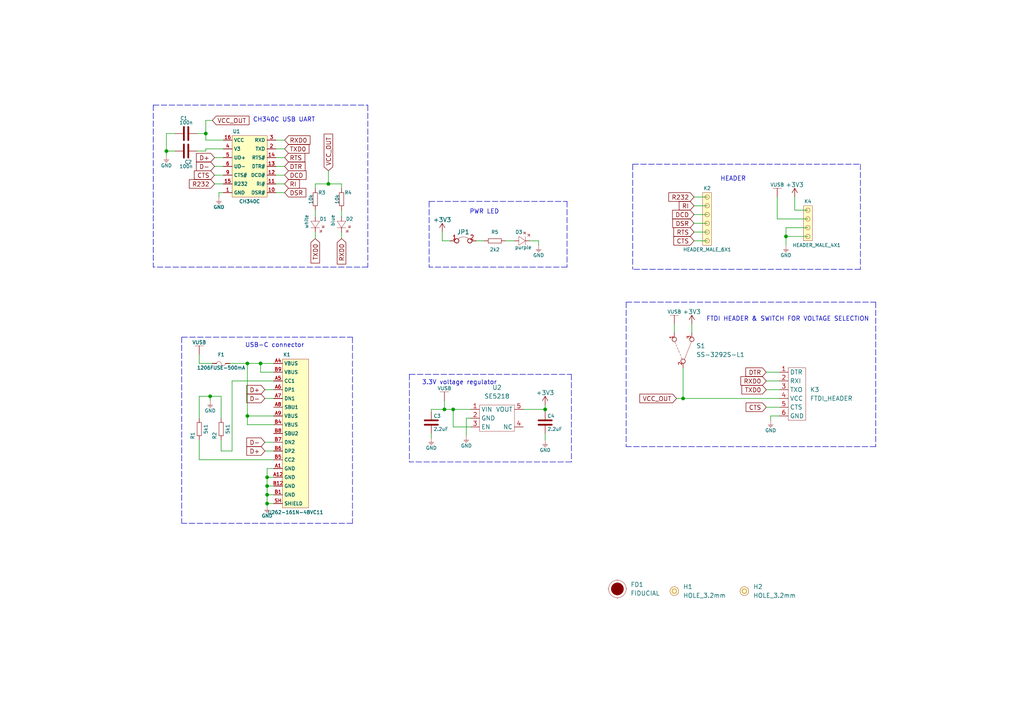
<source format=kicad_sch>
(kicad_sch (version 20211123) (generator eeschema)

  (uuid 4c09b18f-2c11-4b80-808b-29d2ecf61880)

  (paper "A4")

  (title_block
    (title "USB-UART converter")
    (date "2021-08-25")
    (rev "V1.1.1.")
    (company "SOLDERED")
    (comment 1 "333028")
  )

  (lib_symbols
    (symbol "e-radionica.com schematics:0402LED" (pin_numbers hide) (pin_names (offset 0.254) hide) (in_bom yes) (on_board yes)
      (property "Reference" "D" (id 0) (at -0.635 2.54 0)
        (effects (font (size 1 1)))
      )
      (property "Value" "0402LED" (id 1) (at 0 -2.54 0)
        (effects (font (size 1 1)))
      )
      (property "Footprint" "e-radionica.com footprinti:0402LED" (id 2) (at 0 5.08 0)
        (effects (font (size 1 1)) hide)
      )
      (property "Datasheet" "" (id 3) (at 0 0 0)
        (effects (font (size 1 1)) hide)
      )
      (symbol "0402LED_0_1"
        (polyline
          (pts
            (xy -0.635 1.27)
            (xy 1.27 0)
          )
          (stroke (width 0.0006) (type default) (color 0 0 0 0))
          (fill (type none))
        )
        (polyline
          (pts
            (xy 0.635 1.905)
            (xy 1.27 2.54)
          )
          (stroke (width 0.0006) (type default) (color 0 0 0 0))
          (fill (type none))
        )
        (polyline
          (pts
            (xy 1.27 1.27)
            (xy 1.27 -1.27)
          )
          (stroke (width 0.0006) (type default) (color 0 0 0 0))
          (fill (type none))
        )
        (polyline
          (pts
            (xy 1.905 1.27)
            (xy 2.54 1.905)
          )
          (stroke (width 0.0006) (type default) (color 0 0 0 0))
          (fill (type none))
        )
        (polyline
          (pts
            (xy -0.635 1.27)
            (xy -0.635 -1.27)
            (xy 1.27 0)
          )
          (stroke (width 0.0006) (type default) (color 0 0 0 0))
          (fill (type none))
        )
        (polyline
          (pts
            (xy 1.27 2.54)
            (xy 0.635 2.54)
            (xy 1.27 1.905)
            (xy 1.27 2.54)
          )
          (stroke (width 0.0006) (type default) (color 0 0 0 0))
          (fill (type none))
        )
        (polyline
          (pts
            (xy 2.54 1.905)
            (xy 1.905 1.905)
            (xy 2.54 1.27)
            (xy 2.54 1.905)
          )
          (stroke (width 0.0006) (type default) (color 0 0 0 0))
          (fill (type none))
        )
      )
      (symbol "0402LED_1_1"
        (pin passive line (at -1.905 0 0) (length 1.27)
          (name "A" (effects (font (size 1.27 1.27))))
          (number "1" (effects (font (size 1.27 1.27))))
        )
        (pin passive line (at 2.54 0 180) (length 1.27)
          (name "K" (effects (font (size 1.27 1.27))))
          (number "2" (effects (font (size 1.27 1.27))))
        )
      )
    )
    (symbol "e-radionica.com schematics:0402LED_1" (pin_numbers hide) (pin_names (offset 0.254) hide) (in_bom yes) (on_board yes)
      (property "Reference" "D" (id 0) (at -0.635 2.54 0)
        (effects (font (size 1 1)))
      )
      (property "Value" "0402LED" (id 1) (at 0 -2.54 0)
        (effects (font (size 1 1)))
      )
      (property "Footprint" "e-radionica.com footprinti:0402LED" (id 2) (at 0 5.08 0)
        (effects (font (size 1 1)) hide)
      )
      (property "Datasheet" "" (id 3) (at 0 0 0)
        (effects (font (size 1 1)) hide)
      )
      (property "Package" "0402" (id 4) (at 0 0 0)
        (effects (font (size 1.27 1.27)) hide)
      )
      (symbol "0402LED_1_0_1"
        (polyline
          (pts
            (xy -0.635 1.27)
            (xy 1.27 0)
          )
          (stroke (width 0.0006) (type default) (color 0 0 0 0))
          (fill (type none))
        )
        (polyline
          (pts
            (xy 0.635 1.905)
            (xy 1.27 2.54)
          )
          (stroke (width 0.0006) (type default) (color 0 0 0 0))
          (fill (type none))
        )
        (polyline
          (pts
            (xy 1.27 1.27)
            (xy 1.27 -1.27)
          )
          (stroke (width 0.0006) (type default) (color 0 0 0 0))
          (fill (type none))
        )
        (polyline
          (pts
            (xy 1.905 1.27)
            (xy 2.54 1.905)
          )
          (stroke (width 0.0006) (type default) (color 0 0 0 0))
          (fill (type none))
        )
        (polyline
          (pts
            (xy -0.635 1.27)
            (xy -0.635 -1.27)
            (xy 1.27 0)
          )
          (stroke (width 0.0006) (type default) (color 0 0 0 0))
          (fill (type none))
        )
        (polyline
          (pts
            (xy 1.27 2.54)
            (xy 0.635 2.54)
            (xy 1.27 1.905)
            (xy 1.27 2.54)
          )
          (stroke (width 0.0006) (type default) (color 0 0 0 0))
          (fill (type none))
        )
        (polyline
          (pts
            (xy 2.54 1.905)
            (xy 1.905 1.905)
            (xy 2.54 1.27)
            (xy 2.54 1.905)
          )
          (stroke (width 0.0006) (type default) (color 0 0 0 0))
          (fill (type none))
        )
      )
      (symbol "0402LED_1_1_1"
        (pin passive line (at -1.905 0 0) (length 1.27)
          (name "A" (effects (font (size 1.27 1.27))))
          (number "1" (effects (font (size 1.27 1.27))))
        )
        (pin passive line (at 2.54 0 180) (length 1.27)
          (name "K" (effects (font (size 1.27 1.27))))
          (number "2" (effects (font (size 1.27 1.27))))
        )
      )
    )
    (symbol "e-radionica.com schematics:0402R" (pin_numbers hide) (pin_names (offset 0.254)) (in_bom yes) (on_board yes)
      (property "Reference" "R" (id 0) (at -1.905 1.27 0)
        (effects (font (size 1 1)))
      )
      (property "Value" "0402R" (id 1) (at 0 -1.27 0)
        (effects (font (size 1 1)))
      )
      (property "Footprint" "e-radionica.com footprinti:0402R" (id 2) (at -2.54 1.905 0)
        (effects (font (size 1 1)) hide)
      )
      (property "Datasheet" "" (id 3) (at -2.54 1.905 0)
        (effects (font (size 1 1)) hide)
      )
      (symbol "0402R_0_1"
        (rectangle (start -1.905 -0.635) (end 1.905 -0.6604)
          (stroke (width 0.1) (type default) (color 0 0 0 0))
          (fill (type none))
        )
        (rectangle (start -1.905 0.635) (end -1.8796 -0.635)
          (stroke (width 0.1) (type default) (color 0 0 0 0))
          (fill (type none))
        )
        (rectangle (start -1.905 0.635) (end 1.905 0.6096)
          (stroke (width 0.1) (type default) (color 0 0 0 0))
          (fill (type none))
        )
        (rectangle (start 1.905 0.635) (end 1.9304 -0.635)
          (stroke (width 0.1) (type default) (color 0 0 0 0))
          (fill (type none))
        )
      )
      (symbol "0402R_1_1"
        (pin passive line (at -3.175 0 0) (length 1.27)
          (name "~" (effects (font (size 1.27 1.27))))
          (number "1" (effects (font (size 1.27 1.27))))
        )
        (pin passive line (at 3.175 0 180) (length 1.27)
          (name "~" (effects (font (size 1.27 1.27))))
          (number "2" (effects (font (size 1.27 1.27))))
        )
      )
    )
    (symbol "e-radionica.com schematics:0603C" (pin_numbers hide) (pin_names (offset 0.002)) (in_bom yes) (on_board yes)
      (property "Reference" "C" (id 0) (at -0.635 3.175 0)
        (effects (font (size 1 1)))
      )
      (property "Value" "0603C" (id 1) (at 0 -3.175 0)
        (effects (font (size 1 1)))
      )
      (property "Footprint" "e-radionica.com footprinti:0603C" (id 2) (at 0 0 0)
        (effects (font (size 1 1)) hide)
      )
      (property "Datasheet" "" (id 3) (at 0 0 0)
        (effects (font (size 1 1)) hide)
      )
      (symbol "0603C_0_1"
        (polyline
          (pts
            (xy -0.635 1.905)
            (xy -0.635 -1.905)
          )
          (stroke (width 0.5) (type default) (color 0 0 0 0))
          (fill (type none))
        )
        (polyline
          (pts
            (xy 0.635 1.905)
            (xy 0.635 -1.905)
          )
          (stroke (width 0.5) (type default) (color 0 0 0 0))
          (fill (type none))
        )
      )
      (symbol "0603C_1_1"
        (pin passive line (at -3.175 0 0) (length 2.54)
          (name "~" (effects (font (size 1.27 1.27))))
          (number "1" (effects (font (size 1.27 1.27))))
        )
        (pin passive line (at 3.175 0 180) (length 2.54)
          (name "~" (effects (font (size 1.27 1.27))))
          (number "2" (effects (font (size 1.27 1.27))))
        )
      )
    )
    (symbol "e-radionica.com schematics:0603C_4" (pin_numbers hide) (pin_names (offset 0.002)) (in_bom yes) (on_board yes)
      (property "Reference" "C" (id 0) (at -0.635 3.175 0)
        (effects (font (size 1 1)))
      )
      (property "Value" "0603C" (id 1) (at 0 -3.175 0)
        (effects (font (size 1 1)))
      )
      (property "Footprint" "e-radionica.com footprinti:0603C" (id 2) (at 0 0 0)
        (effects (font (size 1 1)) hide)
      )
      (property "Datasheet" "" (id 3) (at 0 0 0)
        (effects (font (size 1 1)) hide)
      )
      (symbol "0603C_4_0_1"
        (polyline
          (pts
            (xy -0.635 1.905)
            (xy -0.635 -1.905)
          )
          (stroke (width 0.5) (type default) (color 0 0 0 0))
          (fill (type none))
        )
        (polyline
          (pts
            (xy 0.635 1.905)
            (xy 0.635 -1.905)
          )
          (stroke (width 0.5) (type default) (color 0 0 0 0))
          (fill (type none))
        )
      )
      (symbol "0603C_4_1_1"
        (pin passive line (at -3.175 0 0) (length 2.54)
          (name "~" (effects (font (size 1.27 1.27))))
          (number "1" (effects (font (size 1.27 1.27))))
        )
        (pin passive line (at 3.175 0 180) (length 2.54)
          (name "~" (effects (font (size 1.27 1.27))))
          (number "2" (effects (font (size 1.27 1.27))))
        )
      )
    )
    (symbol "e-radionica.com schematics:0603C_5" (pin_numbers hide) (pin_names (offset 0.002)) (in_bom yes) (on_board yes)
      (property "Reference" "C" (id 0) (at -0.635 3.175 0)
        (effects (font (size 1 1)))
      )
      (property "Value" "0603C" (id 1) (at 0 -3.175 0)
        (effects (font (size 1 1)))
      )
      (property "Footprint" "e-radionica.com footprinti:0603C" (id 2) (at 0 0 0)
        (effects (font (size 1 1)) hide)
      )
      (property "Datasheet" "" (id 3) (at 0 0 0)
        (effects (font (size 1 1)) hide)
      )
      (symbol "0603C_5_0_1"
        (polyline
          (pts
            (xy -0.635 1.905)
            (xy -0.635 -1.905)
          )
          (stroke (width 0.5) (type default) (color 0 0 0 0))
          (fill (type none))
        )
        (polyline
          (pts
            (xy 0.635 1.905)
            (xy 0.635 -1.905)
          )
          (stroke (width 0.5) (type default) (color 0 0 0 0))
          (fill (type none))
        )
      )
      (symbol "0603C_5_1_1"
        (pin passive line (at -3.175 0 0) (length 2.54)
          (name "~" (effects (font (size 1.27 1.27))))
          (number "1" (effects (font (size 1.27 1.27))))
        )
        (pin passive line (at 3.175 0 180) (length 2.54)
          (name "~" (effects (font (size 1.27 1.27))))
          (number "2" (effects (font (size 1.27 1.27))))
        )
      )
    )
    (symbol "e-radionica.com schematics:0603R_1" (pin_numbers hide) (pin_names (offset 0.254)) (in_bom yes) (on_board yes)
      (property "Reference" "R" (id 0) (at -1.905 1.905 0)
        (effects (font (size 1 1)))
      )
      (property "Value" "0603R" (id 1) (at 0 -1.905 0)
        (effects (font (size 1 1)))
      )
      (property "Footprint" "e-radionica.com footprinti:0603R" (id 2) (at -0.635 1.905 0)
        (effects (font (size 1 1)) hide)
      )
      (property "Datasheet" "" (id 3) (at -0.635 1.905 0)
        (effects (font (size 1 1)) hide)
      )
      (symbol "0603R_1_0_1"
        (rectangle (start -1.905 -0.635) (end 1.905 -0.6604)
          (stroke (width 0.1) (type default) (color 0 0 0 0))
          (fill (type none))
        )
        (rectangle (start -1.905 0.635) (end -1.8796 -0.635)
          (stroke (width 0.1) (type default) (color 0 0 0 0))
          (fill (type none))
        )
        (rectangle (start -1.905 0.635) (end 1.905 0.6096)
          (stroke (width 0.1) (type default) (color 0 0 0 0))
          (fill (type none))
        )
        (rectangle (start 1.905 0.635) (end 1.9304 -0.635)
          (stroke (width 0.1) (type default) (color 0 0 0 0))
          (fill (type none))
        )
      )
      (symbol "0603R_1_1_1"
        (pin passive line (at -3.175 0 0) (length 1.27)
          (name "~" (effects (font (size 1.27 1.27))))
          (number "1" (effects (font (size 1.27 1.27))))
        )
        (pin passive line (at 3.175 0 180) (length 1.27)
          (name "~" (effects (font (size 1.27 1.27))))
          (number "2" (effects (font (size 1.27 1.27))))
        )
      )
    )
    (symbol "e-radionica.com schematics:0603R_2" (pin_numbers hide) (pin_names (offset 0.254)) (in_bom yes) (on_board yes)
      (property "Reference" "R" (id 0) (at -1.905 1.905 0)
        (effects (font (size 1 1)))
      )
      (property "Value" "0603R" (id 1) (at 0 -1.905 0)
        (effects (font (size 1 1)))
      )
      (property "Footprint" "e-radionica.com footprinti:0603R" (id 2) (at -0.635 1.905 0)
        (effects (font (size 1 1)) hide)
      )
      (property "Datasheet" "" (id 3) (at -0.635 1.905 0)
        (effects (font (size 1 1)) hide)
      )
      (symbol "0603R_2_0_1"
        (rectangle (start -1.905 -0.635) (end 1.905 -0.6604)
          (stroke (width 0.1) (type default) (color 0 0 0 0))
          (fill (type none))
        )
        (rectangle (start -1.905 0.635) (end -1.8796 -0.635)
          (stroke (width 0.1) (type default) (color 0 0 0 0))
          (fill (type none))
        )
        (rectangle (start -1.905 0.635) (end 1.905 0.6096)
          (stroke (width 0.1) (type default) (color 0 0 0 0))
          (fill (type none))
        )
        (rectangle (start 1.905 0.635) (end 1.9304 -0.635)
          (stroke (width 0.1) (type default) (color 0 0 0 0))
          (fill (type none))
        )
      )
      (symbol "0603R_2_1_1"
        (pin passive line (at -3.175 0 0) (length 1.27)
          (name "~" (effects (font (size 1.27 1.27))))
          (number "1" (effects (font (size 1.27 1.27))))
        )
        (pin passive line (at 3.175 0 180) (length 1.27)
          (name "~" (effects (font (size 1.27 1.27))))
          (number "2" (effects (font (size 1.27 1.27))))
        )
      )
    )
    (symbol "e-radionica.com schematics:1206FUSE" (pin_numbers hide) (pin_names hide) (in_bom yes) (on_board yes)
      (property "Reference" "F" (id 0) (at -1.27 1.905 0)
        (effects (font (size 1 1)))
      )
      (property "Value" "1206FUSE" (id 1) (at 0 -1.905 0)
        (effects (font (size 1 1)))
      )
      (property "Footprint" "e-radionica.com footprinti:1206FUSE" (id 2) (at 0 0 0)
        (effects (font (size 1 1)) hide)
      )
      (property "Datasheet" "" (id 3) (at 0 0 0)
        (effects (font (size 1 1)) hide)
      )
      (symbol "1206FUSE_0_1"
        (arc (start 0 0) (mid -0.635 0.5971) (end -1.27 0)
          (stroke (width 0.0006) (type default) (color 0 0 0 0))
          (fill (type none))
        )
        (arc (start 0 0) (mid 0.635 -0.6238) (end 1.27 0)
          (stroke (width 0.0006) (type default) (color 0 0 0 0))
          (fill (type none))
        )
      )
      (symbol "1206FUSE_1_1"
        (pin passive line (at -2.54 0 0) (length 1.27)
          (name "~" (effects (font (size 1 1))))
          (number "1" (effects (font (size 1 1))))
        )
        (pin passive line (at 2.54 0 180) (length 1.27)
          (name "~" (effects (font (size 1 1))))
          (number "2" (effects (font (size 1 1))))
        )
      )
    )
    (symbol "e-radionica.com schematics:CH340C" (in_bom yes) (on_board yes)
      (property "Reference" "U" (id 0) (at -3.81 10.16 0)
        (effects (font (size 1 1)))
      )
      (property "Value" "CH340C" (id 1) (at 0 -10.16 0)
        (effects (font (size 1 1)))
      )
      (property "Footprint" "e-radionica.com footprinti:SOP-16" (id 2) (at 0 0 0)
        (effects (font (size 1 1)) hide)
      )
      (property "Datasheet" "" (id 3) (at 0 0 0)
        (effects (font (size 1 1)) hide)
      )
      (symbol "CH340C_0_1"
        (rectangle (start -5.08 8.89) (end 5.08 -8.89)
          (stroke (width 0.001) (type default) (color 0 0 0 0))
          (fill (type background))
        )
      )
      (symbol "CH340C_1_1"
        (pin passive line (at -7.62 -7.62 0) (length 2.54)
          (name "GND" (effects (font (size 1 1))))
          (number "1" (effects (font (size 1 1))))
        )
        (pin passive line (at 7.62 -7.62 180) (length 2.54)
          (name "DSR#" (effects (font (size 1 1))))
          (number "10" (effects (font (size 1 1))))
        )
        (pin passive line (at 7.62 -5.08 180) (length 2.54)
          (name "RI#" (effects (font (size 1 1))))
          (number "11" (effects (font (size 1 1))))
        )
        (pin passive line (at 7.62 -2.54 180) (length 2.54)
          (name "DCD#" (effects (font (size 1 1))))
          (number "12" (effects (font (size 1 1))))
        )
        (pin passive line (at 7.62 0 180) (length 2.54)
          (name "DTR#" (effects (font (size 1 1))))
          (number "13" (effects (font (size 1 1))))
        )
        (pin passive line (at 7.62 2.54 180) (length 2.54)
          (name "RTS#" (effects (font (size 1 1))))
          (number "14" (effects (font (size 1 1))))
        )
        (pin passive line (at -7.62 -5.08 0) (length 2.54)
          (name "R232" (effects (font (size 1 1))))
          (number "15" (effects (font (size 1 1))))
        )
        (pin passive line (at -7.62 7.62 0) (length 2.54)
          (name "VCC" (effects (font (size 1 1))))
          (number "16" (effects (font (size 1 1))))
        )
        (pin passive line (at 7.62 5.08 180) (length 2.54)
          (name "TXD" (effects (font (size 1 1))))
          (number "2" (effects (font (size 1 1))))
        )
        (pin passive line (at 7.62 7.62 180) (length 2.54)
          (name "RXD" (effects (font (size 1 1))))
          (number "3" (effects (font (size 1 1))))
        )
        (pin passive line (at -7.62 5.08 0) (length 2.54)
          (name "V3" (effects (font (size 1 1))))
          (number "4" (effects (font (size 1 1))))
        )
        (pin passive line (at -7.62 2.54 0) (length 2.54)
          (name "UD+" (effects (font (size 1 1))))
          (number "5" (effects (font (size 1 1))))
        )
        (pin passive line (at -7.62 0 0) (length 2.54)
          (name "UD-" (effects (font (size 1 1))))
          (number "6" (effects (font (size 1 1))))
        )
        (pin passive line (at -7.62 -2.54 0) (length 2.54)
          (name "CTS#" (effects (font (size 1 1))))
          (number "9" (effects (font (size 1 1))))
        )
      )
    )
    (symbol "e-radionica.com schematics:FIDUCIAL" (in_bom no) (on_board yes)
      (property "Reference" "FD" (id 0) (at 0 3.81 0)
        (effects (font (size 1.27 1.27)))
      )
      (property "Value" "FIDUCIAL" (id 1) (at 0 -3.81 0)
        (effects (font (size 1.27 1.27)))
      )
      (property "Footprint" "e-radionica.com footprinti:FIDUCIAL_23" (id 2) (at 0.254 -5.334 0)
        (effects (font (size 1.27 1.27)) hide)
      )
      (property "Datasheet" "" (id 3) (at 0 0 0)
        (effects (font (size 1.27 1.27)) hide)
      )
      (symbol "FIDUCIAL_0_1"
        (polyline
          (pts
            (xy -2.54 0)
            (xy -2.794 0)
          )
          (stroke (width 0.0006) (type default) (color 0 0 0 0))
          (fill (type none))
        )
        (polyline
          (pts
            (xy 0 -2.54)
            (xy 0 -2.794)
          )
          (stroke (width 0.0006) (type default) (color 0 0 0 0))
          (fill (type none))
        )
        (polyline
          (pts
            (xy 0 2.54)
            (xy 0 2.794)
          )
          (stroke (width 0.0006) (type default) (color 0 0 0 0))
          (fill (type none))
        )
        (polyline
          (pts
            (xy 2.54 0)
            (xy 2.794 0)
          )
          (stroke (width 0.0006) (type default) (color 0 0 0 0))
          (fill (type none))
        )
        (circle (center 0 0) (radius 1.7961)
          (stroke (width 0.001) (type default) (color 0 0 0 0))
          (fill (type outline))
        )
        (circle (center 0 0) (radius 2.54)
          (stroke (width 0.0006) (type default) (color 0 0 0 0))
          (fill (type none))
        )
      )
    )
    (symbol "e-radionica.com schematics:FTDI_HEADER" (in_bom yes) (on_board yes)
      (property "Reference" "K" (id 0) (at -1.27 8.89 0)
        (effects (font (size 1.27 1.27)))
      )
      (property "Value" "FTDI_HEADER" (id 1) (at 0 -8.89 0)
        (effects (font (size 1.27 1.27)))
      )
      (property "Footprint" "e-radionica.com footprinti:HEADER_MALE_6X1" (id 2) (at 1.27 -11.43 0)
        (effects (font (size 1.27 1.27)) hide)
      )
      (property "Datasheet" "" (id 3) (at 2.54 0 0)
        (effects (font (size 1.27 1.27)) hide)
      )
      (symbol "FTDI_HEADER_0_1"
        (rectangle (start -2.54 7.62) (end 2.54 -7.62)
          (stroke (width 0.0006) (type default) (color 0 0 0 0))
          (fill (type none))
        )
      )
      (symbol "FTDI_HEADER_1_1"
        (pin bidirectional line (at -5.08 6.35 0) (length 2.54)
          (name "DTR" (effects (font (size 1.27 1.27))))
          (number "1" (effects (font (size 1.27 1.27))))
        )
        (pin bidirectional line (at -5.08 3.81 0) (length 2.54)
          (name "RXI" (effects (font (size 1.27 1.27))))
          (number "2" (effects (font (size 1.27 1.27))))
        )
        (pin bidirectional line (at -5.08 1.27 0) (length 2.54)
          (name "TXO" (effects (font (size 1.27 1.27))))
          (number "3" (effects (font (size 1.27 1.27))))
        )
        (pin power_in line (at -5.08 -1.27 0) (length 2.54)
          (name "VCC" (effects (font (size 1.27 1.27))))
          (number "4" (effects (font (size 1.27 1.27))))
        )
        (pin bidirectional line (at -5.08 -3.81 0) (length 2.54)
          (name "CTS" (effects (font (size 1.27 1.27))))
          (number "5" (effects (font (size 1.27 1.27))))
        )
        (pin power_in line (at -5.08 -6.35 0) (length 2.54)
          (name "GND" (effects (font (size 1.27 1.27))))
          (number "6" (effects (font (size 1.27 1.27))))
        )
      )
    )
    (symbol "e-radionica.com schematics:GND_1" (power) (pin_names (offset 0)) (in_bom yes) (on_board yes)
      (property "Reference" "#PWR" (id 0) (at 4.445 0 0)
        (effects (font (size 1 1)) hide)
      )
      (property "Value" "GND" (id 1) (at 0 -2.921 0)
        (effects (font (size 1 1)))
      )
      (property "Footprint" "" (id 2) (at 4.445 3.81 0)
        (effects (font (size 1 1)) hide)
      )
      (property "Datasheet" "" (id 3) (at 4.445 3.81 0)
        (effects (font (size 1 1)) hide)
      )
      (property "ki_keywords" "power-flag" (id 4) (at 0 0 0)
        (effects (font (size 1.27 1.27)) hide)
      )
      (property "ki_description" "Power symbol creates a global label with name \"+3V3\"" (id 5) (at 0 0 0)
        (effects (font (size 1.27 1.27)) hide)
      )
      (symbol "GND_1_0_1"
        (polyline
          (pts
            (xy -0.762 -1.27)
            (xy 0.762 -1.27)
          )
          (stroke (width 0.0006) (type default) (color 0 0 0 0))
          (fill (type none))
        )
        (polyline
          (pts
            (xy -0.635 -1.524)
            (xy 0.635 -1.524)
          )
          (stroke (width 0.0006) (type default) (color 0 0 0 0))
          (fill (type none))
        )
        (polyline
          (pts
            (xy -0.381 -1.778)
            (xy 0.381 -1.778)
          )
          (stroke (width 0.0006) (type default) (color 0 0 0 0))
          (fill (type none))
        )
        (polyline
          (pts
            (xy -0.127 -2.032)
            (xy 0.127 -2.032)
          )
          (stroke (width 0.0006) (type default) (color 0 0 0 0))
          (fill (type none))
        )
        (polyline
          (pts
            (xy 0 0)
            (xy 0 -1.27)
          )
          (stroke (width 0.0006) (type default) (color 0 0 0 0))
          (fill (type none))
        )
      )
      (symbol "GND_1_1_1"
        (pin power_in line (at 0 0 270) (length 0) hide
          (name "GND" (effects (font (size 1.27 1.27))))
          (number "1" (effects (font (size 1.27 1.27))))
        )
      )
    )
    (symbol "e-radionica.com schematics:GND_2" (power) (pin_names (offset 0)) (in_bom yes) (on_board yes)
      (property "Reference" "#PWR" (id 0) (at 4.445 0 0)
        (effects (font (size 1 1)) hide)
      )
      (property "Value" "GND" (id 1) (at 0 -2.921 0)
        (effects (font (size 1 1)))
      )
      (property "Footprint" "" (id 2) (at 4.445 3.81 0)
        (effects (font (size 1 1)) hide)
      )
      (property "Datasheet" "" (id 3) (at 4.445 3.81 0)
        (effects (font (size 1 1)) hide)
      )
      (property "ki_keywords" "power-flag" (id 4) (at 0 0 0)
        (effects (font (size 1.27 1.27)) hide)
      )
      (property "ki_description" "Power symbol creates a global label with name \"+3V3\"" (id 5) (at 0 0 0)
        (effects (font (size 1.27 1.27)) hide)
      )
      (symbol "GND_2_0_1"
        (polyline
          (pts
            (xy -0.762 -1.27)
            (xy 0.762 -1.27)
          )
          (stroke (width 0.0006) (type default) (color 0 0 0 0))
          (fill (type none))
        )
        (polyline
          (pts
            (xy -0.635 -1.524)
            (xy 0.635 -1.524)
          )
          (stroke (width 0.0006) (type default) (color 0 0 0 0))
          (fill (type none))
        )
        (polyline
          (pts
            (xy -0.381 -1.778)
            (xy 0.381 -1.778)
          )
          (stroke (width 0.0006) (type default) (color 0 0 0 0))
          (fill (type none))
        )
        (polyline
          (pts
            (xy -0.127 -2.032)
            (xy 0.127 -2.032)
          )
          (stroke (width 0.0006) (type default) (color 0 0 0 0))
          (fill (type none))
        )
        (polyline
          (pts
            (xy 0 0)
            (xy 0 -1.27)
          )
          (stroke (width 0.0006) (type default) (color 0 0 0 0))
          (fill (type none))
        )
      )
      (symbol "GND_2_1_1"
        (pin power_in line (at 0 0 270) (length 0) hide
          (name "GND" (effects (font (size 1.27 1.27))))
          (number "1" (effects (font (size 1.27 1.27))))
        )
      )
    )
    (symbol "e-radionica.com schematics:GND_3" (power) (pin_names (offset 0)) (in_bom yes) (on_board yes)
      (property "Reference" "#PWR" (id 0) (at 4.445 0 0)
        (effects (font (size 1 1)) hide)
      )
      (property "Value" "GND" (id 1) (at 0 -2.921 0)
        (effects (font (size 1 1)))
      )
      (property "Footprint" "" (id 2) (at 4.445 3.81 0)
        (effects (font (size 1 1)) hide)
      )
      (property "Datasheet" "" (id 3) (at 4.445 3.81 0)
        (effects (font (size 1 1)) hide)
      )
      (property "ki_keywords" "power-flag" (id 4) (at 0 0 0)
        (effects (font (size 1.27 1.27)) hide)
      )
      (property "ki_description" "Power symbol creates a global label with name \"+3V3\"" (id 5) (at 0 0 0)
        (effects (font (size 1.27 1.27)) hide)
      )
      (symbol "GND_3_0_1"
        (polyline
          (pts
            (xy -0.762 -1.27)
            (xy 0.762 -1.27)
          )
          (stroke (width 0.0006) (type default) (color 0 0 0 0))
          (fill (type none))
        )
        (polyline
          (pts
            (xy -0.635 -1.524)
            (xy 0.635 -1.524)
          )
          (stroke (width 0.0006) (type default) (color 0 0 0 0))
          (fill (type none))
        )
        (polyline
          (pts
            (xy -0.381 -1.778)
            (xy 0.381 -1.778)
          )
          (stroke (width 0.0006) (type default) (color 0 0 0 0))
          (fill (type none))
        )
        (polyline
          (pts
            (xy -0.127 -2.032)
            (xy 0.127 -2.032)
          )
          (stroke (width 0.0006) (type default) (color 0 0 0 0))
          (fill (type none))
        )
        (polyline
          (pts
            (xy 0 0)
            (xy 0 -1.27)
          )
          (stroke (width 0.0006) (type default) (color 0 0 0 0))
          (fill (type none))
        )
      )
      (symbol "GND_3_1_1"
        (pin power_in line (at 0 0 270) (length 0) hide
          (name "GND" (effects (font (size 1.27 1.27))))
          (number "1" (effects (font (size 1.27 1.27))))
        )
      )
    )
    (symbol "e-radionica.com schematics:GND_5" (power) (pin_names (offset 0)) (in_bom yes) (on_board yes)
      (property "Reference" "#PWR" (id 0) (at 4.445 0 0)
        (effects (font (size 1 1)) hide)
      )
      (property "Value" "GND" (id 1) (at 0 -2.921 0)
        (effects (font (size 1 1)))
      )
      (property "Footprint" "" (id 2) (at 4.445 3.81 0)
        (effects (font (size 1 1)) hide)
      )
      (property "Datasheet" "" (id 3) (at 4.445 3.81 0)
        (effects (font (size 1 1)) hide)
      )
      (property "ki_keywords" "power-flag" (id 4) (at 0 0 0)
        (effects (font (size 1.27 1.27)) hide)
      )
      (property "ki_description" "Power symbol creates a global label with name \"+3V3\"" (id 5) (at 0 0 0)
        (effects (font (size 1.27 1.27)) hide)
      )
      (symbol "GND_5_0_1"
        (polyline
          (pts
            (xy -0.762 -1.27)
            (xy 0.762 -1.27)
          )
          (stroke (width 0.0006) (type default) (color 0 0 0 0))
          (fill (type none))
        )
        (polyline
          (pts
            (xy -0.635 -1.524)
            (xy 0.635 -1.524)
          )
          (stroke (width 0.0006) (type default) (color 0 0 0 0))
          (fill (type none))
        )
        (polyline
          (pts
            (xy -0.381 -1.778)
            (xy 0.381 -1.778)
          )
          (stroke (width 0.0006) (type default) (color 0 0 0 0))
          (fill (type none))
        )
        (polyline
          (pts
            (xy -0.127 -2.032)
            (xy 0.127 -2.032)
          )
          (stroke (width 0.0006) (type default) (color 0 0 0 0))
          (fill (type none))
        )
        (polyline
          (pts
            (xy 0 0)
            (xy 0 -1.27)
          )
          (stroke (width 0.0006) (type default) (color 0 0 0 0))
          (fill (type none))
        )
      )
      (symbol "GND_5_1_1"
        (pin power_in line (at 0 0 270) (length 0) hide
          (name "GND" (effects (font (size 1.27 1.27))))
          (number "1" (effects (font (size 1.27 1.27))))
        )
      )
    )
    (symbol "e-radionica.com schematics:HEADER_MALE_4X1" (pin_numbers hide) (pin_names hide) (in_bom yes) (on_board yes)
      (property "Reference" "K" (id 0) (at -0.635 7.62 0)
        (effects (font (size 1 1)))
      )
      (property "Value" "HEADER_MALE_4X1" (id 1) (at 0 -5.08 0)
        (effects (font (size 1 1)))
      )
      (property "Footprint" "e-radionica.com footprinti:HEADER_MALE_4X1" (id 2) (at 0 -2.54 0)
        (effects (font (size 1 1)) hide)
      )
      (property "Datasheet" "" (id 3) (at 0 -2.54 0)
        (effects (font (size 1 1)) hide)
      )
      (symbol "HEADER_MALE_4X1_0_1"
        (circle (center 0 -2.54) (radius 0.635)
          (stroke (width 0.0006) (type default) (color 0 0 0 0))
          (fill (type none))
        )
        (circle (center 0 0) (radius 0.635)
          (stroke (width 0.0006) (type default) (color 0 0 0 0))
          (fill (type none))
        )
        (circle (center 0 2.54) (radius 0.635)
          (stroke (width 0.0006) (type default) (color 0 0 0 0))
          (fill (type none))
        )
        (circle (center 0 5.08) (radius 0.635)
          (stroke (width 0.0006) (type default) (color 0 0 0 0))
          (fill (type none))
        )
        (rectangle (start 1.27 -3.81) (end -1.27 6.35)
          (stroke (width 0.001) (type default) (color 0 0 0 0))
          (fill (type background))
        )
      )
      (symbol "HEADER_MALE_4X1_1_1"
        (pin passive line (at 0 -2.54 180) (length 0)
          (name "~" (effects (font (size 1 1))))
          (number "1" (effects (font (size 1 1))))
        )
        (pin passive line (at 0 0 180) (length 0)
          (name "~" (effects (font (size 1 1))))
          (number "2" (effects (font (size 1 1))))
        )
        (pin passive line (at 0 2.54 180) (length 0)
          (name "~" (effects (font (size 1 1))))
          (number "3" (effects (font (size 1 1))))
        )
        (pin passive line (at 0 5.08 180) (length 0)
          (name "~" (effects (font (size 1 1))))
          (number "4" (effects (font (size 1 1))))
        )
      )
    )
    (symbol "e-radionica.com schematics:HEADER_MALE_6X1" (pin_numbers hide) (pin_names hide) (in_bom yes) (on_board yes)
      (property "Reference" "K" (id 0) (at -0.635 10.16 0)
        (effects (font (size 1 1)))
      )
      (property "Value" "HEADER_MALE_6X1" (id 1) (at 1.27 -7.62 0)
        (effects (font (size 1 1)))
      )
      (property "Footprint" "e-radionica.com footprinti:HEADER_MALE_6X1" (id 2) (at 0 0 0)
        (effects (font (size 1 1)) hide)
      )
      (property "Datasheet" "" (id 3) (at 0 0 0)
        (effects (font (size 1 1)) hide)
      )
      (symbol "HEADER_MALE_6X1_0_1"
        (circle (center 0 -5.08) (radius 0.635)
          (stroke (width 0.0006) (type default) (color 0 0 0 0))
          (fill (type none))
        )
        (circle (center 0 -2.54) (radius 0.635)
          (stroke (width 0.0006) (type default) (color 0 0 0 0))
          (fill (type none))
        )
        (circle (center 0 0) (radius 0.635)
          (stroke (width 0.0006) (type default) (color 0 0 0 0))
          (fill (type none))
        )
        (circle (center 0 2.54) (radius 0.635)
          (stroke (width 0.0006) (type default) (color 0 0 0 0))
          (fill (type none))
        )
        (circle (center 0 5.08) (radius 0.635)
          (stroke (width 0.0006) (type default) (color 0 0 0 0))
          (fill (type none))
        )
        (circle (center 0 7.62) (radius 0.635)
          (stroke (width 0.0006) (type default) (color 0 0 0 0))
          (fill (type none))
        )
        (rectangle (start 1.27 -6.35) (end -1.27 8.89)
          (stroke (width 0.001) (type default) (color 0 0 0 0))
          (fill (type background))
        )
      )
      (symbol "HEADER_MALE_6X1_1_1"
        (pin passive line (at 0 -5.08 180) (length 0)
          (name "~" (effects (font (size 0.991 0.991))))
          (number "1" (effects (font (size 0.991 0.991))))
        )
        (pin passive line (at 0 -2.54 180) (length 0)
          (name "~" (effects (font (size 0.991 0.991))))
          (number "2" (effects (font (size 0.991 0.991))))
        )
        (pin passive line (at 0 0 180) (length 0)
          (name "~" (effects (font (size 0.991 0.991))))
          (number "3" (effects (font (size 0.991 0.991))))
        )
        (pin passive line (at 0 2.54 180) (length 0)
          (name "~" (effects (font (size 0.991 0.991))))
          (number "4" (effects (font (size 0.991 0.991))))
        )
        (pin passive line (at 0 5.08 180) (length 0)
          (name "~" (effects (font (size 0.991 0.991))))
          (number "5" (effects (font (size 0.991 0.991))))
        )
        (pin passive line (at 0 7.62 180) (length 0)
          (name "~" (effects (font (size 0.991 0.991))))
          (number "6" (effects (font (size 0.991 0.991))))
        )
      )
    )
    (symbol "e-radionica.com schematics:HOLE_3.2mm" (pin_numbers hide) (pin_names hide) (in_bom yes) (on_board yes)
      (property "Reference" "H" (id 0) (at 0 2.54 0)
        (effects (font (size 1.27 1.27)))
      )
      (property "Value" "HOLE_3.2mm" (id 1) (at 0 -2.54 0)
        (effects (font (size 1.27 1.27)))
      )
      (property "Footprint" "e-radionica.com footprinti:HOLE_3.2mm" (id 2) (at 0 0 0)
        (effects (font (size 1.27 1.27)) hide)
      )
      (property "Datasheet" "" (id 3) (at 0 0 0)
        (effects (font (size 1.27 1.27)) hide)
      )
      (symbol "HOLE_3.2mm_0_1"
        (circle (center 0 0) (radius 0.635)
          (stroke (width 0.0006) (type default) (color 0 0 0 0))
          (fill (type none))
        )
        (circle (center 0 0) (radius 1.27)
          (stroke (width 0.001) (type default) (color 0 0 0 0))
          (fill (type background))
        )
      )
    )
    (symbol "e-radionica.com schematics:SE5218" (in_bom yes) (on_board yes)
      (property "Reference" "U" (id 0) (at -3.81 5.08 0)
        (effects (font (size 1.27 1.27)))
      )
      (property "Value" "SE5218" (id 1) (at 0 -5.08 0)
        (effects (font (size 1.27 1.27)))
      )
      (property "Footprint" "e-radionica.com footprinti:SOT-23-5" (id 2) (at 0 0 0)
        (effects (font (size 1.27 1.27)) hide)
      )
      (property "Datasheet" "" (id 3) (at 0 0 0)
        (effects (font (size 1.27 1.27)) hide)
      )
      (symbol "SE5218_0_1"
        (rectangle (start -5.08 3.81) (end 5.08 -3.81)
          (stroke (width 0.0006) (type default) (color 0 0 0 0))
          (fill (type none))
        )
      )
      (symbol "SE5218_1_1"
        (pin power_in line (at -7.62 2.54 0) (length 2.54)
          (name "VIN" (effects (font (size 1.27 1.27))))
          (number "1" (effects (font (size 1.27 1.27))))
        )
        (pin power_in line (at -7.62 0 0) (length 2.54)
          (name "GND" (effects (font (size 1.27 1.27))))
          (number "2" (effects (font (size 1.27 1.27))))
        )
        (pin input line (at -7.62 -2.54 0) (length 2.54)
          (name "EN" (effects (font (size 1.27 1.27))))
          (number "3" (effects (font (size 1.27 1.27))))
        )
        (pin passive line (at 7.62 -2.54 180) (length 2.54)
          (name "NC" (effects (font (size 1.27 1.27))))
          (number "4" (effects (font (size 1.27 1.27))))
        )
        (pin power_out line (at 7.62 2.54 180) (length 2.54)
          (name "VOUT" (effects (font (size 1.27 1.27))))
          (number "5" (effects (font (size 1.27 1.27))))
        )
      )
    )
    (symbol "e-radionica.com schematics:SMD-JUMPER-CONNECTED_TRACE_SLODERMASK" (in_bom yes) (on_board yes)
      (property "Reference" "JP" (id 0) (at 0 3.556 0)
        (effects (font (size 1.27 1.27)))
      )
      (property "Value" "SMD-JUMPER-CONNECTED_TRACE_SLODERMASK" (id 1) (at 0 -2.54 0)
        (effects (font (size 1.27 1.27)))
      )
      (property "Footprint" "e-radionica.com footprinti:SMD-JUMPER-CONNECTED_TRACE_SLODERMASK" (id 2) (at 0 -5.715 0)
        (effects (font (size 1.27 1.27)) hide)
      )
      (property "Datasheet" "" (id 3) (at 0 0 0)
        (effects (font (size 1.27 1.27)) hide)
      )
      (symbol "SMD-JUMPER-CONNECTED_TRACE_SLODERMASK_0_1"
        (arc (start 1.397 0.5842) (mid -0.2077 1.1365) (end -1.8034 0.5588)
          (stroke (width 0.0006) (type default) (color 0 0 0 0))
          (fill (type none))
        )
      )
      (symbol "SMD-JUMPER-CONNECTED_TRACE_SLODERMASK_1_1"
        (pin passive inverted (at -4.064 0 0) (length 2.54)
          (name "" (effects (font (size 1.27 1.27))))
          (number "1" (effects (font (size 1.27 1.27))))
        )
        (pin passive inverted (at 3.556 0 180) (length 2.54)
          (name "" (effects (font (size 1.27 1.27))))
          (number "2" (effects (font (size 1.27 1.27))))
        )
      )
    )
    (symbol "e-radionica.com schematics:SS-3292S-L1" (in_bom yes) (on_board yes)
      (property "Reference" "S" (id 0) (at 0 7.62 0)
        (effects (font (size 1.27 1.27)))
      )
      (property "Value" "SS-3292S-L1" (id 1) (at 0 5.08 0)
        (effects (font (size 1.27 1.27)))
      )
      (property "Footprint" "e-radionica.com footprinti:SS-3292S-L1" (id 2) (at 1.27 -6.35 0)
        (effects (font (size 1.27 1.27)) hide)
      )
      (property "Datasheet" "" (id 3) (at 0 7.62 0)
        (effects (font (size 1.27 1.27)) hide)
      )
      (symbol "SS-3292S-L1_0_1"
        (polyline
          (pts
            (xy -1.3716 -0.381)
            (xy 3.7846 -2.4384)
          )
          (stroke (width 0.0006) (type default) (color 0 0 0 0))
          (fill (type none))
        )
        (polyline
          (pts
            (xy -1.2954 0.254)
            (xy -0.6858 0.508)
          )
          (stroke (width 0.0006) (type default) (color 0 0 0 0))
          (fill (type none))
        )
        (polyline
          (pts
            (xy -0.3302 0.6604)
            (xy 0.2032 0.889)
          )
          (stroke (width 0.0006) (type default) (color 0 0 0 0))
          (fill (type none))
        )
        (polyline
          (pts
            (xy 0.5842 1.0414)
            (xy 1.27 1.3462)
          )
          (stroke (width 0.0006) (type default) (color 0 0 0 0))
          (fill (type none))
        )
        (polyline
          (pts
            (xy 1.524 1.4478)
            (xy 2.1082 1.7018)
          )
          (stroke (width 0.0006) (type default) (color 0 0 0 0))
          (fill (type none))
        )
        (polyline
          (pts
            (xy 2.3876 1.8288)
            (xy 2.8702 2.032)
          )
          (stroke (width 0.0006) (type default) (color 0 0 0 0))
          (fill (type none))
        )
        (polyline
          (pts
            (xy 3.1242 2.1336)
            (xy 3.683 2.3876)
            (xy 3.6576 2.3876)
          )
          (stroke (width 0.0006) (type default) (color 0 0 0 0))
          (fill (type none))
        )
      )
      (symbol "SS-3292S-L1_1_1"
        (pin input inverted (at 6.35 2.54 180) (length 2.54)
          (name "" (effects (font (size 1 1))))
          (number "1" (effects (font (size 1 1))))
        )
        (pin input inverted (at -3.81 0 0) (length 2.54)
          (name "" (effects (font (size 1 1))))
          (number "2" (effects (font (size 1 1))))
        )
        (pin input inverted (at 6.35 -2.54 180) (length 2.54)
          (name "" (effects (font (size 1 1))))
          (number "3" (effects (font (size 1 1))))
        )
      )
    )
    (symbol "e-radionica.com schematics:U262-161N-4BVC11" (in_bom yes) (on_board yes)
      (property "Reference" "K" (id 0) (at 0 22.86 0)
        (effects (font (size 1 1)))
      )
      (property "Value" "U262-161N-4BVC11" (id 1) (at 2.54 -22.86 0)
        (effects (font (size 1 1)))
      )
      (property "Footprint" "e-radionica.com footprinti:U262-161N-4BVC11" (id 2) (at 1.27 -3.81 0)
        (effects (font (size 1 1)) hide)
      )
      (property "Datasheet" "" (id 3) (at 1.27 -3.81 0)
        (effects (font (size 1 1)) hide)
      )
      (property "ki_keywords" "USBC USB-C USB" (id 4) (at 0 0 0)
        (effects (font (size 1.27 1.27)) hide)
      )
      (symbol "U262-161N-4BVC11_0_1"
        (rectangle (start -1.27 21.59) (end 6.35 -21.59)
          (stroke (width 0.001) (type default) (color 0 0 0 0))
          (fill (type background))
        )
      )
      (symbol "U262-161N-4BVC11_1_1"
        (pin passive line (at -3.81 -10.16 0) (length 2.54)
          (name "GND" (effects (font (size 1 1))))
          (number "A1" (effects (font (size 1 1))))
        )
        (pin passive line (at -3.81 -12.7 0) (length 2.54)
          (name "GND" (effects (font (size 1 1))))
          (number "A12" (effects (font (size 1 1))))
        )
        (pin passive line (at -3.81 20.32 0) (length 2.54)
          (name "VBUS" (effects (font (size 1 1))))
          (number "A4" (effects (font (size 1 1))))
        )
        (pin passive line (at -3.81 15.24 0) (length 2.54)
          (name "CC1" (effects (font (size 1 1))))
          (number "A5" (effects (font (size 1 1))))
        )
        (pin passive line (at -3.81 12.7 0) (length 2.54)
          (name "DP1" (effects (font (size 1 1))))
          (number "A6" (effects (font (size 1 1))))
        )
        (pin passive line (at -3.81 10.16 0) (length 2.54)
          (name "DN1" (effects (font (size 1 1))))
          (number "A7" (effects (font (size 1 1))))
        )
        (pin passive line (at -3.81 7.62 0) (length 2.54)
          (name "SBU1" (effects (font (size 1 1))))
          (number "A8" (effects (font (size 1 1))))
        )
        (pin passive line (at -3.81 5.08 0) (length 2.54)
          (name "VBUS" (effects (font (size 1 1))))
          (number "A9" (effects (font (size 1 1))))
        )
        (pin passive line (at -3.81 -17.78 0) (length 2.54)
          (name "GND" (effects (font (size 1 1))))
          (number "B1" (effects (font (size 1 1))))
        )
        (pin passive line (at -3.81 -15.24 0) (length 2.54)
          (name "GND" (effects (font (size 1 1))))
          (number "B12" (effects (font (size 1 1))))
        )
        (pin passive line (at -3.81 2.54 0) (length 2.54)
          (name "VBUS" (effects (font (size 1 1))))
          (number "B4" (effects (font (size 1 1))))
        )
        (pin passive line (at -3.81 -7.62 0) (length 2.54)
          (name "CC2" (effects (font (size 1 1))))
          (number "B5" (effects (font (size 1 1))))
        )
        (pin passive line (at -3.81 -5.08 0) (length 2.54)
          (name "DP2" (effects (font (size 1 1))))
          (number "B6" (effects (font (size 1 1))))
        )
        (pin passive line (at -3.81 -2.54 0) (length 2.54)
          (name "DN2" (effects (font (size 1 1))))
          (number "B7" (effects (font (size 1 1))))
        )
        (pin passive line (at -3.81 0 0) (length 2.54)
          (name "SBU2" (effects (font (size 1 1))))
          (number "B8" (effects (font (size 1 1))))
        )
        (pin passive line (at -3.81 17.78 0) (length 2.54)
          (name "VBUS" (effects (font (size 1 1))))
          (number "B9" (effects (font (size 1 1))))
        )
        (pin passive line (at -3.81 -20.32 0) (length 2.54)
          (name "SHIELD" (effects (font (size 1 1))))
          (number "SH" (effects (font (size 1 1))))
        )
      )
    )
    (symbol "e-radionica.com schematics:VUSB_1" (power) (pin_names (offset 0)) (in_bom yes) (on_board yes)
      (property "Reference" "#PWR" (id 0) (at 4.445 0 0)
        (effects (font (size 1 1)) hide)
      )
      (property "Value" "VUSB" (id 1) (at 0 3.556 0)
        (effects (font (size 1 1)))
      )
      (property "Footprint" "" (id 2) (at 4.445 3.81 0)
        (effects (font (size 1 1)) hide)
      )
      (property "Datasheet" "" (id 3) (at 4.445 3.81 0)
        (effects (font (size 1 1)) hide)
      )
      (property "ki_keywords" "power-flag" (id 4) (at 0 0 0)
        (effects (font (size 1.27 1.27)) hide)
      )
      (property "ki_description" "Power symbol creates a global label with name \"+3V3\"" (id 5) (at 0 0 0)
        (effects (font (size 1.27 1.27)) hide)
      )
      (symbol "VUSB_1_0_1"
        (polyline
          (pts
            (xy -1.27 2.54)
            (xy 1.27 2.54)
          )
          (stroke (width 0.0006) (type default) (color 0 0 0 0))
          (fill (type none))
        )
        (polyline
          (pts
            (xy 0 0)
            (xy 0 2.54)
          )
          (stroke (width 0) (type default) (color 0 0 0 0))
          (fill (type none))
        )
      )
      (symbol "VUSB_1_1_1"
        (pin power_in line (at 0 0 90) (length 0) hide
          (name "VUSB" (effects (font (size 1.27 1.27))))
          (number "1" (effects (font (size 1.27 1.27))))
        )
      )
    )
    (symbol "e-radionica.com schematics:VUSB_2" (power) (pin_names (offset 0)) (in_bom yes) (on_board yes)
      (property "Reference" "#PWR" (id 0) (at 4.445 0 0)
        (effects (font (size 1 1)) hide)
      )
      (property "Value" "VUSB" (id 1) (at 0 3.556 0)
        (effects (font (size 1 1)))
      )
      (property "Footprint" "" (id 2) (at 4.445 3.81 0)
        (effects (font (size 1 1)) hide)
      )
      (property "Datasheet" "" (id 3) (at 4.445 3.81 0)
        (effects (font (size 1 1)) hide)
      )
      (property "ki_keywords" "power-flag" (id 4) (at 0 0 0)
        (effects (font (size 1.27 1.27)) hide)
      )
      (property "ki_description" "Power symbol creates a global label with name \"+3V3\"" (id 5) (at 0 0 0)
        (effects (font (size 1.27 1.27)) hide)
      )
      (symbol "VUSB_2_0_1"
        (polyline
          (pts
            (xy -1.27 2.54)
            (xy 1.27 2.54)
          )
          (stroke (width 0.0006) (type default) (color 0 0 0 0))
          (fill (type none))
        )
        (polyline
          (pts
            (xy 0 0)
            (xy 0 2.54)
          )
          (stroke (width 0) (type default) (color 0 0 0 0))
          (fill (type none))
        )
      )
      (symbol "VUSB_2_1_1"
        (pin power_in line (at 0 0 90) (length 0) hide
          (name "VUSB" (effects (font (size 1.27 1.27))))
          (number "1" (effects (font (size 1.27 1.27))))
        )
      )
    )
    (symbol "power:+3V3" (power) (pin_names (offset 0)) (in_bom yes) (on_board yes)
      (property "Reference" "#PWR" (id 0) (at 0 -3.81 0)
        (effects (font (size 1.27 1.27)) hide)
      )
      (property "Value" "+3V3" (id 1) (at 0 3.556 0)
        (effects (font (size 1.27 1.27)))
      )
      (property "Footprint" "" (id 2) (at 0 0 0)
        (effects (font (size 1.27 1.27)) hide)
      )
      (property "Datasheet" "" (id 3) (at 0 0 0)
        (effects (font (size 1.27 1.27)) hide)
      )
      (property "ki_keywords" "power-flag" (id 4) (at 0 0 0)
        (effects (font (size 1.27 1.27)) hide)
      )
      (property "ki_description" "Power symbol creates a global label with name \"+3V3\"" (id 5) (at 0 0 0)
        (effects (font (size 1.27 1.27)) hide)
      )
      (symbol "+3V3_0_1"
        (polyline
          (pts
            (xy -0.762 1.27)
            (xy 0 2.54)
          )
          (stroke (width 0) (type default) (color 0 0 0 0))
          (fill (type none))
        )
        (polyline
          (pts
            (xy 0 0)
            (xy 0 2.54)
          )
          (stroke (width 0) (type default) (color 0 0 0 0))
          (fill (type none))
        )
        (polyline
          (pts
            (xy 0 2.54)
            (xy 0.762 1.27)
          )
          (stroke (width 0) (type default) (color 0 0 0 0))
          (fill (type none))
        )
      )
      (symbol "+3V3_1_1"
        (pin power_in line (at 0 0 90) (length 0) hide
          (name "+3V3" (effects (font (size 1.27 1.27))))
          (number "1" (effects (font (size 1.27 1.27))))
        )
      )
    )
  )

  (junction (at 95.25 53.34) (diameter 0.9144) (color 0 0 0 0)
    (uuid 03c7f780-fc1b-487a-b30d-567d6c09fdc8)
  )
  (junction (at 227.965 68.58) (diameter 0.9144) (color 0 0 0 0)
    (uuid 0ae82096-0994-4fb0-9a2a-d4ac4804abac)
  )
  (junction (at 198.12 115.57) (diameter 0.9144) (color 0 0 0 0)
    (uuid 0fdc6f30-77bc-4e9b-8665-c8aa9acf5bf9)
  )
  (junction (at 71.755 105.41) (diameter 0.9144) (color 0 0 0 0)
    (uuid 1f8b2c0c-b042-4e2e-80f6-4959a27b238f)
  )
  (junction (at 158.115 118.745) (diameter 0.9144) (color 0 0 0 0)
    (uuid 4107d40a-e5df-4255-aacc-13f9928e090c)
  )
  (junction (at 59.69 38.735) (diameter 0.9144) (color 0 0 0 0)
    (uuid 4a850cb6-bb24-4274-a902-e49f34f0a0e3)
  )
  (junction (at 48.26 43.815) (diameter 0.9144) (color 0 0 0 0)
    (uuid 6b7c1048-12b6-46b2-b762-fa3ad30472dd)
  )
  (junction (at 71.755 120.65) (diameter 0.9144) (color 0 0 0 0)
    (uuid 700e8b73-5976-423f-a3f3-ab3d9f3e9760)
  )
  (junction (at 77.47 138.43) (diameter 0.9144) (color 0 0 0 0)
    (uuid 79e31048-072a-4a40-a625-26bb0b5f046b)
  )
  (junction (at 75.565 105.41) (diameter 0.9144) (color 0 0 0 0)
    (uuid b4300db7-1220-431a-b7c3-2edbdf8fa6fc)
  )
  (junction (at 77.47 146.05) (diameter 0.9144) (color 0 0 0 0)
    (uuid b873bc5d-a9af-4bd9-afcb-87ce4d417120)
  )
  (junction (at 131.445 118.745) (diameter 0.9144) (color 0 0 0 0)
    (uuid b9bb0e73-161a-4d06-b6eb-a9f66d8a95f5)
  )
  (junction (at 128.905 118.745) (diameter 0.9144) (color 0 0 0 0)
    (uuid c04386e0-b49e-4fff-b380-675af13a62cb)
  )
  (junction (at 77.47 140.97) (diameter 0.9144) (color 0 0 0 0)
    (uuid c76d4423-ef1b-4a6f-8176-33d65f2877bb)
  )
  (junction (at 60.96 114.935) (diameter 0.9144) (color 0 0 0 0)
    (uuid e5203297-b913-4288-a576-12a92185cb52)
  )
  (junction (at 77.47 143.51) (diameter 0.9144) (color 0 0 0 0)
    (uuid f7667b23-296e-4362-a7e3-949632c8954b)
  )

  (wire (pts (xy 75.565 107.95) (xy 75.565 105.41))
    (stroke (width 0) (type solid) (color 0 0 0 0))
    (uuid 01a35071-215d-4069-b95d-4cbdf0b5ce1a)
  )
  (wire (pts (xy 201.295 57.15) (xy 205.105 57.15))
    (stroke (width 0) (type solid) (color 0 0 0 0))
    (uuid 020fdb28-f422-4454-8169-37d762a776cb)
  )
  (wire (pts (xy 71.755 120.65) (xy 79.375 120.65))
    (stroke (width 0) (type solid) (color 0 0 0 0))
    (uuid 08d7bbb6-9f1a-4e9b-9c4b-84c30a994ac7)
  )
  (wire (pts (xy 200.66 93.98) (xy 200.66 96.52))
    (stroke (width 0) (type solid) (color 0 0 0 0))
    (uuid 0cf1b620-c20e-4dae-b111-075729fcd905)
  )
  (polyline (pts (xy 52.705 97.79) (xy 102.235 97.79))
    (stroke (width 0) (type dash) (color 0 0 0 0))
    (uuid 0e8b95cf-45ae-400c-9d0e-ac3d9ab1ff1b)
  )

  (wire (pts (xy 222.25 110.49) (xy 226.06 110.49))
    (stroke (width 0) (type solid) (color 0 0 0 0))
    (uuid 112444c3-eb1d-4f15-b7ea-fa71d9179ea1)
  )
  (wire (pts (xy 125.095 125.73) (xy 125.095 127))
    (stroke (width 0) (type solid) (color 0 0 0 0))
    (uuid 113687ab-57e8-47f9-94b7-86c21dbd7d53)
  )
  (polyline (pts (xy 102.235 97.79) (xy 102.235 151.765))
    (stroke (width 0) (type dash) (color 0 0 0 0))
    (uuid 13042e19-629a-4639-8554-bdf0992ec3c6)
  )

  (wire (pts (xy 222.25 107.95) (xy 226.06 107.95))
    (stroke (width 0) (type solid) (color 0 0 0 0))
    (uuid 137f5ab4-2149-443a-9052-4fa22bedf64a)
  )
  (wire (pts (xy 71.755 120.65) (xy 71.755 123.19))
    (stroke (width 0) (type solid) (color 0 0 0 0))
    (uuid 164b647b-f1b0-4d97-a106-572cfa2f7d50)
  )
  (wire (pts (xy 128.905 118.745) (xy 131.445 118.745))
    (stroke (width 0) (type solid) (color 0 0 0 0))
    (uuid 1a693ae0-14b1-402e-a3ad-53ec776d3af1)
  )
  (wire (pts (xy 80.01 50.8) (xy 82.55 50.8))
    (stroke (width 0) (type solid) (color 0 0 0 0))
    (uuid 1caced1d-a23a-4cb3-959c-bce6162c282f)
  )
  (wire (pts (xy 62.23 50.8) (xy 64.77 50.8))
    (stroke (width 0) (type solid) (color 0 0 0 0))
    (uuid 1e88fafc-485c-47cb-b760-07480d0229d6)
  )
  (wire (pts (xy 151.765 118.745) (xy 158.115 118.745))
    (stroke (width 0) (type solid) (color 0 0 0 0))
    (uuid 222b72d1-8847-45f2-89fb-def20d6d8cc9)
  )
  (wire (pts (xy 230.505 60.96) (xy 230.505 57.15))
    (stroke (width 0) (type solid) (color 0 0 0 0))
    (uuid 22d49edf-85fa-4c0b-8bc5-5e807f321dbe)
  )
  (wire (pts (xy 234.315 60.96) (xy 230.505 60.96))
    (stroke (width 0) (type solid) (color 0 0 0 0))
    (uuid 22d49edf-85fa-4c0b-8bc5-5e807f321dbf)
  )
  (polyline (pts (xy 124.46 58.42) (xy 164.465 58.42))
    (stroke (width 0) (type dash) (color 0 0 0 0))
    (uuid 23224b7c-9fd5-4254-b6d5-27edd3173dc5)
  )

  (wire (pts (xy 195.58 93.98) (xy 195.58 96.52))
    (stroke (width 0) (type solid) (color 0 0 0 0))
    (uuid 23abef25-b927-48a8-b2f3-f00f1176ebf7)
  )
  (wire (pts (xy 201.295 62.23) (xy 205.105 62.23))
    (stroke (width 0) (type solid) (color 0 0 0 0))
    (uuid 2639d92a-b4c9-4783-af2d-784e6164a583)
  )
  (wire (pts (xy 79.375 133.35) (xy 57.785 133.35))
    (stroke (width 0) (type solid) (color 0 0 0 0))
    (uuid 2689c180-923d-4829-b67b-b40bb4818236)
  )
  (wire (pts (xy 80.01 43.18) (xy 82.55 43.18))
    (stroke (width 0) (type solid) (color 0 0 0 0))
    (uuid 2a58600d-b993-4229-a3cf-fa734f0eba66)
  )
  (wire (pts (xy 198.12 115.57) (xy 226.06 115.57))
    (stroke (width 0) (type solid) (color 0 0 0 0))
    (uuid 2a6478aa-de0f-491b-8856-a5bbbb37e097)
  )
  (polyline (pts (xy 118.745 108.585) (xy 165.735 108.585))
    (stroke (width 0) (type dash) (color 0 0 0 0))
    (uuid 2b5b5cec-f6e1-49db-b035-4c7a40aac1e5)
  )

  (wire (pts (xy 71.755 120.65) (xy 71.755 105.41))
    (stroke (width 0) (type solid) (color 0 0 0 0))
    (uuid 2bbfdeae-611a-4b2e-b3aa-b210db2dc065)
  )
  (wire (pts (xy 79.375 107.95) (xy 75.565 107.95))
    (stroke (width 0) (type solid) (color 0 0 0 0))
    (uuid 2be060ae-85f8-47ad-b7a4-223185c5adc9)
  )
  (wire (pts (xy 77.47 138.43) (xy 77.47 140.97))
    (stroke (width 0) (type solid) (color 0 0 0 0))
    (uuid 2c95b9f8-a7f1-4cb8-9b10-e3e608357385)
  )
  (wire (pts (xy 227.965 66.04) (xy 227.965 68.58))
    (stroke (width 0) (type solid) (color 0 0 0 0))
    (uuid 30a6acf4-88d8-45cc-89b4-a7197859d0d9)
  )
  (wire (pts (xy 234.315 66.04) (xy 227.965 66.04))
    (stroke (width 0) (type solid) (color 0 0 0 0))
    (uuid 30a6acf4-88d8-45cc-89b4-a7197859d0da)
  )
  (wire (pts (xy 158.115 118.745) (xy 158.115 119.38))
    (stroke (width 0) (type solid) (color 0 0 0 0))
    (uuid 32decdf4-9c83-41f0-b7d5-c4f3f08ad83d)
  )
  (wire (pts (xy 77.47 135.89) (xy 77.47 138.43))
    (stroke (width 0) (type solid) (color 0 0 0 0))
    (uuid 33d126eb-ac61-4041-b6a6-721d3c83e494)
  )
  (wire (pts (xy 156.21 69.85) (xy 153.67 69.85))
    (stroke (width 0) (type solid) (color 0 0 0 0))
    (uuid 36b34c48-203d-4c01-8e40-b45a3dae6eeb)
  )
  (wire (pts (xy 77.47 140.97) (xy 77.47 143.51))
    (stroke (width 0) (type solid) (color 0 0 0 0))
    (uuid 38a0e15b-4fb1-4fd2-821f-775089dce453)
  )
  (wire (pts (xy 95.25 49.53) (xy 95.25 53.34))
    (stroke (width 0) (type solid) (color 0 0 0 0))
    (uuid 3acf76a6-1737-4a9e-8bd7-f45b7a8cba7e)
  )
  (wire (pts (xy 227.965 68.58) (xy 227.965 71.12))
    (stroke (width 0) (type solid) (color 0 0 0 0))
    (uuid 3b2d6ae8-0d00-4f05-8dd6-5098ea95d1f8)
  )
  (wire (pts (xy 234.315 68.58) (xy 227.965 68.58))
    (stroke (width 0) (type solid) (color 0 0 0 0))
    (uuid 3b2d6ae8-0d00-4f05-8dd6-5098ea95d1f9)
  )
  (polyline (pts (xy 118.745 108.585) (xy 118.745 133.985))
    (stroke (width 0) (type dash) (color 0 0 0 0))
    (uuid 3b33e659-305d-4642-99d0-d902280f6bad)
  )
  (polyline (pts (xy 44.45 30.48) (xy 106.68 30.48))
    (stroke (width 0) (type dash) (color 0 0 0 0))
    (uuid 3c15c6c8-5a24-4fea-9b23-43e2728a2b54)
  )

  (wire (pts (xy 59.69 43.18) (xy 59.69 43.815))
    (stroke (width 0) (type solid) (color 0 0 0 0))
    (uuid 3cc3cf26-5d39-4c19-842e-df8723b12254)
  )
  (wire (pts (xy 64.77 43.18) (xy 59.69 43.18))
    (stroke (width 0) (type solid) (color 0 0 0 0))
    (uuid 3cc3cf26-5d39-4c19-842e-df8723b12255)
  )
  (wire (pts (xy 99.06 67.31) (xy 99.06 69.215))
    (stroke (width 0) (type solid) (color 0 0 0 0))
    (uuid 3d4746ab-aaf2-4965-aa67-a642072c95c6)
  )
  (polyline (pts (xy 165.735 133.985) (xy 118.745 133.985))
    (stroke (width 0) (type dash) (color 0 0 0 0))
    (uuid 3e476f27-79f1-4e72-a4d4-27148f77d51b)
  )

  (wire (pts (xy 131.445 123.825) (xy 136.525 123.825))
    (stroke (width 0) (type solid) (color 0 0 0 0))
    (uuid 3e6cdf47-a3c8-4de1-9777-2d6ebc29873a)
  )
  (wire (pts (xy 64.135 127.635) (xy 64.135 130.81))
    (stroke (width 0) (type solid) (color 0 0 0 0))
    (uuid 3f0a73a1-e11d-4e47-b6c9-3dde43d4ae8c)
  )
  (wire (pts (xy 79.375 135.89) (xy 77.47 135.89))
    (stroke (width 0) (type solid) (color 0 0 0 0))
    (uuid 3f3150e8-2dcb-4bdd-850b-f976a2cb1a26)
  )
  (wire (pts (xy 125.095 118.745) (xy 128.905 118.745))
    (stroke (width 0) (type solid) (color 0 0 0 0))
    (uuid 3ffb65dc-b01b-46e7-b7fb-be0cbebb231d)
  )
  (wire (pts (xy 135.255 121.285) (xy 135.255 126.365))
    (stroke (width 0) (type solid) (color 0 0 0 0))
    (uuid 445d31ab-d7b7-4fef-9652-eaa4df19b807)
  )
  (wire (pts (xy 136.525 121.285) (xy 135.255 121.285))
    (stroke (width 0) (type solid) (color 0 0 0 0))
    (uuid 445d31ab-d7b7-4fef-9652-eaa4df19b808)
  )
  (wire (pts (xy 222.25 118.11) (xy 226.06 118.11))
    (stroke (width 0) (type solid) (color 0 0 0 0))
    (uuid 4639d891-3956-4ea3-9765-9b0d0b2d1cc4)
  )
  (wire (pts (xy 138.176 69.85) (xy 140.335 69.85))
    (stroke (width 0) (type solid) (color 0 0 0 0))
    (uuid 47580736-ee61-4573-9e0f-63cbbfa3a3f8)
  )
  (polyline (pts (xy 102.235 151.765) (xy 52.705 151.765))
    (stroke (width 0) (type dash) (color 0 0 0 0))
    (uuid 4bfb799c-8c0d-4354-84e6-2ea68a749cb0)
  )

  (wire (pts (xy 99.06 54.61) (xy 99.06 53.34))
    (stroke (width 0) (type solid) (color 0 0 0 0))
    (uuid 4e017370-1c83-4864-8f42-14ff3ec09cac)
  )
  (wire (pts (xy 223.52 120.65) (xy 223.52 121.92))
    (stroke (width 0) (type solid) (color 0 0 0 0))
    (uuid 4e18c9ba-8da2-4e5d-8cf5-933498e72cba)
  )
  (wire (pts (xy 226.06 120.65) (xy 223.52 120.65))
    (stroke (width 0) (type solid) (color 0 0 0 0))
    (uuid 4e18c9ba-8da2-4e5d-8cf5-933498e72cbb)
  )
  (wire (pts (xy 71.755 105.41) (xy 75.565 105.41))
    (stroke (width 0) (type solid) (color 0 0 0 0))
    (uuid 5379c09f-d18a-455c-b4b6-b7851d352980)
  )
  (wire (pts (xy 50.8 38.735) (xy 48.26 38.735))
    (stroke (width 0) (type solid) (color 0 0 0 0))
    (uuid 5592d438-ac5f-4f39-8efa-bf505a325ebf)
  )
  (wire (pts (xy 76.835 115.57) (xy 79.375 115.57))
    (stroke (width 0) (type solid) (color 0 0 0 0))
    (uuid 571541c6-820f-4436-aa56-2579391fccb4)
  )
  (wire (pts (xy 80.01 53.34) (xy 82.55 53.34))
    (stroke (width 0) (type solid) (color 0 0 0 0))
    (uuid 5a3517aa-1cee-4e4d-99a5-bfc611837ec2)
  )
  (wire (pts (xy 57.785 105.41) (xy 57.785 102.87))
    (stroke (width 0) (type solid) (color 0 0 0 0))
    (uuid 5c76acf4-6092-4cfa-b642-eff4ed90a7bf)
  )
  (wire (pts (xy 61.595 105.41) (xy 57.785 105.41))
    (stroke (width 0) (type solid) (color 0 0 0 0))
    (uuid 5c76acf4-6092-4cfa-b642-eff4ed90a7c0)
  )
  (wire (pts (xy 146.685 69.85) (xy 149.225 69.85))
    (stroke (width 0) (type solid) (color 0 0 0 0))
    (uuid 5d0c427b-3bc2-4094-ae35-9c3976ccbd7f)
  )
  (wire (pts (xy 158.115 117.475) (xy 158.115 118.745))
    (stroke (width 0) (type solid) (color 0 0 0 0))
    (uuid 5e9be213-dc9f-4124-ab21-d42b6ba296c3)
  )
  (wire (pts (xy 125.095 119.38) (xy 125.095 118.745))
    (stroke (width 0) (type solid) (color 0 0 0 0))
    (uuid 645a7ac0-7ca4-415d-9c83-f0c515836679)
  )
  (wire (pts (xy 77.47 143.51) (xy 79.375 143.51))
    (stroke (width 0) (type solid) (color 0 0 0 0))
    (uuid 645cdf64-555d-4ee5-8fdf-e5d265982e89)
  )
  (wire (pts (xy 77.47 138.43) (xy 79.375 138.43))
    (stroke (width 0) (type solid) (color 0 0 0 0))
    (uuid 6488522d-3413-4051-a610-9c38549e228b)
  )
  (wire (pts (xy 80.01 45.72) (xy 82.55 45.72))
    (stroke (width 0) (type solid) (color 0 0 0 0))
    (uuid 6cf161ce-7cd0-4bb9-83b9-7a5fca3a8d11)
  )
  (wire (pts (xy 63.5 55.88) (xy 63.5 57.15))
    (stroke (width 0) (type solid) (color 0 0 0 0))
    (uuid 7ba434fd-e80a-4c07-9abd-803d32568c62)
  )
  (wire (pts (xy 64.77 55.88) (xy 63.5 55.88))
    (stroke (width 0) (type solid) (color 0 0 0 0))
    (uuid 7ba434fd-e80a-4c07-9abd-803d32568c63)
  )
  (polyline (pts (xy 164.465 58.42) (xy 164.465 77.47))
    (stroke (width 0) (type dash) (color 0 0 0 0))
    (uuid 7c73a0cc-6f24-47a8-ab41-f43594303269)
  )

  (wire (pts (xy 77.47 140.97) (xy 79.375 140.97))
    (stroke (width 0) (type solid) (color 0 0 0 0))
    (uuid 7cf10bbd-57b9-48cf-a0ed-b05dc6599721)
  )
  (wire (pts (xy 48.26 43.815) (xy 48.26 45.085))
    (stroke (width 0) (type solid) (color 0 0 0 0))
    (uuid 81567aff-f8f5-4c1d-9989-18ba6d8a8fbb)
  )
  (wire (pts (xy 76.835 128.27) (xy 79.375 128.27))
    (stroke (width 0) (type solid) (color 0 0 0 0))
    (uuid 885d1fdc-879a-43a1-9909-9549b38ba439)
  )
  (wire (pts (xy 62.23 45.72) (xy 64.77 45.72))
    (stroke (width 0) (type solid) (color 0 0 0 0))
    (uuid 8b219ea1-f32d-419b-b69c-94c2d8ae0338)
  )
  (polyline (pts (xy 106.68 77.47) (xy 44.45 77.47))
    (stroke (width 0) (type dash) (color 0 0 0 0))
    (uuid 8bf7350f-d5bf-45f3-9f0d-db4824c06405)
  )

  (wire (pts (xy 201.295 59.69) (xy 205.105 59.69))
    (stroke (width 0) (type solid) (color 0 0 0 0))
    (uuid 8e16959b-b3d6-4917-81c4-51936483f181)
  )
  (polyline (pts (xy 165.735 108.585) (xy 165.735 133.985))
    (stroke (width 0) (type dash) (color 0 0 0 0))
    (uuid 90c634e4-0d20-4af0-b65b-aeb016227ea6)
  )

  (wire (pts (xy 99.06 60.96) (xy 99.06 62.865))
    (stroke (width 0) (type solid) (color 0 0 0 0))
    (uuid 940d4e2e-1949-4806-a5fc-573887fc2baa)
  )
  (wire (pts (xy 57.15 38.735) (xy 59.69 38.735))
    (stroke (width 0) (type solid) (color 0 0 0 0))
    (uuid 98deb36d-639b-47dd-8161-116de7fac1ee)
  )
  (wire (pts (xy 60.96 114.935) (xy 60.96 116.205))
    (stroke (width 0) (type solid) (color 0 0 0 0))
    (uuid 98f000c9-6b0a-4642-9f27-a5f300939699)
  )
  (polyline (pts (xy 106.68 30.48) (xy 106.68 77.47))
    (stroke (width 0) (type dash) (color 0 0 0 0))
    (uuid 98ff4037-77c8-4697-8136-c5857a1be67b)
  )

  (wire (pts (xy 79.375 123.19) (xy 71.755 123.19))
    (stroke (width 0) (type solid) (color 0 0 0 0))
    (uuid 9d2bbb9a-6de4-4bc2-b85e-c11155c06527)
  )
  (polyline (pts (xy 183.515 47.625) (xy 183.515 78.105))
    (stroke (width 0) (type dash) (color 0 0 0 0))
    (uuid 9e16e601-c74d-4f26-b843-9e0f449d55c1)
  )
  (polyline (pts (xy 183.515 47.625) (xy 249.555 47.625))
    (stroke (width 0) (type dash) (color 0 0 0 0))
    (uuid 9e16e601-c74d-4f26-b843-9e0f449d55c2)
  )
  (polyline (pts (xy 249.555 47.625) (xy 249.555 78.105))
    (stroke (width 0) (type dash) (color 0 0 0 0))
    (uuid 9e16e601-c74d-4f26-b843-9e0f449d55c3)
  )
  (polyline (pts (xy 249.555 78.105) (xy 183.515 78.105))
    (stroke (width 0) (type dash) (color 0 0 0 0))
    (uuid 9e16e601-c74d-4f26-b843-9e0f449d55c4)
  )

  (wire (pts (xy 57.785 114.935) (xy 60.96 114.935))
    (stroke (width 0) (type solid) (color 0 0 0 0))
    (uuid 9e394fd4-1944-4fb8-98d4-0c03ad865153)
  )
  (wire (pts (xy 77.47 143.51) (xy 77.47 146.05))
    (stroke (width 0) (type solid) (color 0 0 0 0))
    (uuid a0125cea-f69a-4243-b739-5f95906db987)
  )
  (wire (pts (xy 62.23 53.34) (xy 64.77 53.34))
    (stroke (width 0) (type solid) (color 0 0 0 0))
    (uuid a0b42bad-c8f5-4703-8d8a-e5580fef75dd)
  )
  (wire (pts (xy 128.905 118.745) (xy 128.905 116.205))
    (stroke (width 0) (type solid) (color 0 0 0 0))
    (uuid a1cde75c-58e9-4e66-a2f9-29150c450162)
  )
  (wire (pts (xy 62.23 48.26) (xy 64.77 48.26))
    (stroke (width 0) (type solid) (color 0 0 0 0))
    (uuid a6424c5e-0f9d-488e-a612-6e18ce074d14)
  )
  (polyline (pts (xy 52.705 97.79) (xy 52.705 151.765))
    (stroke (width 0) (type dash) (color 0 0 0 0))
    (uuid ab784a2a-1545-44ed-8601-4fd5f2011ba3)
  )

  (wire (pts (xy 91.44 60.96) (xy 91.44 62.865))
    (stroke (width 0) (type solid) (color 0 0 0 0))
    (uuid ae0baaa4-adf0-4461-9fe1-4bbb65f8304c)
  )
  (wire (pts (xy 99.06 53.34) (xy 95.25 53.34))
    (stroke (width 0) (type solid) (color 0 0 0 0))
    (uuid ae56c68c-501f-4a37-906a-0b32f7dcc080)
  )
  (wire (pts (xy 91.44 67.31) (xy 91.44 69.215))
    (stroke (width 0) (type solid) (color 0 0 0 0))
    (uuid b08b0583-0f7e-4682-90eb-d426ffb4c12c)
  )
  (wire (pts (xy 76.835 113.03) (xy 79.375 113.03))
    (stroke (width 0) (type solid) (color 0 0 0 0))
    (uuid b1ba9c4e-84e3-484c-aab7-cf45e45de0ed)
  )
  (wire (pts (xy 57.785 114.935) (xy 57.785 121.285))
    (stroke (width 0) (type solid) (color 0 0 0 0))
    (uuid b48c3f4d-1dd1-41c7-ba25-8b083243151d)
  )
  (wire (pts (xy 201.295 67.31) (xy 205.105 67.31))
    (stroke (width 0) (type solid) (color 0 0 0 0))
    (uuid b8309bb0-bf41-491d-8071-40dab213034f)
  )
  (wire (pts (xy 76.835 130.81) (xy 79.375 130.81))
    (stroke (width 0) (type solid) (color 0 0 0 0))
    (uuid bb0ca994-20c6-4a3f-93b7-8901637bb3d8)
  )
  (wire (pts (xy 61.595 34.925) (xy 59.69 34.925))
    (stroke (width 0) (type solid) (color 0 0 0 0))
    (uuid bd5faed9-5f0d-4b79-b248-6ff968b0cd7c)
  )
  (wire (pts (xy 196.215 115.57) (xy 198.12 115.57))
    (stroke (width 0) (type solid) (color 0 0 0 0))
    (uuid bd9741f6-536b-4b35-a210-3bd4963e8a19)
  )
  (polyline (pts (xy 124.46 58.42) (xy 124.46 77.47))
    (stroke (width 0) (type dash) (color 0 0 0 0))
    (uuid c1d18bc5-42b5-41e6-935b-e4389646e648)
  )

  (wire (pts (xy 198.12 106.68) (xy 198.12 115.57))
    (stroke (width 0) (type solid) (color 0 0 0 0))
    (uuid c1fa05b3-72de-44dc-a892-467b9a3e5960)
  )
  (wire (pts (xy 158.115 125.73) (xy 158.115 127.635))
    (stroke (width 0) (type solid) (color 0 0 0 0))
    (uuid c2d6e1d1-5c9e-4450-8a82-0cdbdff504c3)
  )
  (wire (pts (xy 64.135 114.935) (xy 64.135 121.285))
    (stroke (width 0) (type solid) (color 0 0 0 0))
    (uuid c2f5c87f-1cac-4d3d-9960-faab23a62922)
  )
  (wire (pts (xy 201.295 69.85) (xy 205.105 69.85))
    (stroke (width 0) (type solid) (color 0 0 0 0))
    (uuid c3c9f6ee-2181-4481-96ac-ddf0f1dd333d)
  )
  (wire (pts (xy 57.15 43.815) (xy 59.69 43.815))
    (stroke (width 0) (type solid) (color 0 0 0 0))
    (uuid c554c72a-d081-47ad-bf58-4db841d78817)
  )
  (wire (pts (xy 80.01 48.26) (xy 82.55 48.26))
    (stroke (width 0) (type solid) (color 0 0 0 0))
    (uuid c76a889b-d09d-405f-9673-dfb2311d4d97)
  )
  (wire (pts (xy 50.8 43.815) (xy 48.26 43.815))
    (stroke (width 0) (type solid) (color 0 0 0 0))
    (uuid c93633fe-f091-45f7-8d77-ea5aab14eb39)
  )
  (wire (pts (xy 80.01 55.88) (xy 82.55 55.88))
    (stroke (width 0) (type solid) (color 0 0 0 0))
    (uuid cd177d65-4606-40c3-9ddc-803cf7365e94)
  )
  (polyline (pts (xy 44.45 30.48) (xy 44.45 77.47))
    (stroke (width 0) (type dash) (color 0 0 0 0))
    (uuid cee5a3af-1138-4f33-bb3c-9fad29dcb213)
  )

  (wire (pts (xy 67.31 110.49) (xy 79.375 110.49))
    (stroke (width 0) (type solid) (color 0 0 0 0))
    (uuid d1d14269-1311-433f-be34-4ee65929b1ef)
  )
  (polyline (pts (xy 181.61 87.63) (xy 181.61 129.54))
    (stroke (width 0) (type dash) (color 0 0 0 0))
    (uuid d2356089-27e1-45d0-bedf-c1498e72470f)
  )
  (polyline (pts (xy 181.61 87.63) (xy 254 87.63))
    (stroke (width 0) (type dash) (color 0 0 0 0))
    (uuid d2356089-27e1-45d0-bedf-c1498e724710)
  )
  (polyline (pts (xy 254 87.63) (xy 254 129.54))
    (stroke (width 0) (type dash) (color 0 0 0 0))
    (uuid d2356089-27e1-45d0-bedf-c1498e724711)
  )
  (polyline (pts (xy 254 129.54) (xy 181.61 129.54))
    (stroke (width 0) (type dash) (color 0 0 0 0))
    (uuid d2356089-27e1-45d0-bedf-c1498e724712)
  )

  (wire (pts (xy 131.445 118.745) (xy 136.525 118.745))
    (stroke (width 0) (type solid) (color 0 0 0 0))
    (uuid d4e87763-f852-4f6b-b07d-82410b062ad5)
  )
  (wire (pts (xy 66.675 105.41) (xy 71.755 105.41))
    (stroke (width 0) (type solid) (color 0 0 0 0))
    (uuid d61da67d-e9ce-4bf9-b799-1daf1fa4ea06)
  )
  (wire (pts (xy 48.26 38.735) (xy 48.26 43.815))
    (stroke (width 0) (type solid) (color 0 0 0 0))
    (uuid d8bca452-3aff-48cc-a2b8-bbc65c558d59)
  )
  (wire (pts (xy 59.69 34.925) (xy 59.69 38.735))
    (stroke (width 0) (type solid) (color 0 0 0 0))
    (uuid d965a72e-4939-4d17-9bd5-eea2c918dbcc)
  )
  (wire (pts (xy 59.69 38.735) (xy 59.69 40.64))
    (stroke (width 0) (type solid) (color 0 0 0 0))
    (uuid d965a72e-4939-4d17-9bd5-eea2c918dbcd)
  )
  (wire (pts (xy 79.375 146.05) (xy 77.47 146.05))
    (stroke (width 0) (type solid) (color 0 0 0 0))
    (uuid df8c6a4b-9749-407f-91c6-8f9a773ed85d)
  )
  (wire (pts (xy 77.47 146.05) (xy 77.47 146.685))
    (stroke (width 0) (type solid) (color 0 0 0 0))
    (uuid e015a3c6-8f81-445a-b803-db1be87556f1)
  )
  (wire (pts (xy 75.565 105.41) (xy 79.375 105.41))
    (stroke (width 0) (type solid) (color 0 0 0 0))
    (uuid e3b29549-ad87-4c46-92e2-fc419d55c80f)
  )
  (wire (pts (xy 131.445 123.825) (xy 131.445 118.745))
    (stroke (width 0) (type solid) (color 0 0 0 0))
    (uuid e4921703-5d63-4c7c-9f66-c8f06218fbfb)
  )
  (wire (pts (xy 67.31 130.81) (xy 67.31 110.49))
    (stroke (width 0) (type solid) (color 0 0 0 0))
    (uuid e64597db-6be7-488b-8e10-82c01ce4a176)
  )
  (wire (pts (xy 201.295 64.77) (xy 205.105 64.77))
    (stroke (width 0) (type solid) (color 0 0 0 0))
    (uuid e944f12c-41a7-44a8-b961-e076869cb134)
  )
  (wire (pts (xy 91.44 53.34) (xy 95.25 53.34))
    (stroke (width 0) (type solid) (color 0 0 0 0))
    (uuid e9be4f50-fc84-4561-8543-ee86695082c7)
  )
  (wire (pts (xy 225.425 63.5) (xy 225.425 57.15))
    (stroke (width 0) (type solid) (color 0 0 0 0))
    (uuid eb06ab9a-04fe-4f87-94d9-6bafc22e15e9)
  )
  (wire (pts (xy 234.315 63.5) (xy 225.425 63.5))
    (stroke (width 0) (type solid) (color 0 0 0 0))
    (uuid eb06ab9a-04fe-4f87-94d9-6bafc22e15ea)
  )
  (polyline (pts (xy 164.465 77.47) (xy 124.46 77.47))
    (stroke (width 0) (type dash) (color 0 0 0 0))
    (uuid ef6c6798-0f4a-4c7e-a385-19a40b8e3a2a)
  )

  (wire (pts (xy 128.27 69.85) (xy 128.27 67.31))
    (stroke (width 0) (type solid) (color 0 0 0 0))
    (uuid f4da5be6-8836-45c5-8ea0-83cfdb584be1)
  )
  (wire (pts (xy 130.556 69.85) (xy 128.27 69.85))
    (stroke (width 0) (type solid) (color 0 0 0 0))
    (uuid f4da5be6-8836-45c5-8ea0-83cfdb584be2)
  )
  (wire (pts (xy 156.21 69.85) (xy 156.21 71.12))
    (stroke (width 0) (type solid) (color 0 0 0 0))
    (uuid f5345a50-760c-462c-a20f-3d974f010f15)
  )
  (wire (pts (xy 222.25 113.03) (xy 226.06 113.03))
    (stroke (width 0) (type solid) (color 0 0 0 0))
    (uuid f82ef87c-503a-4b07-acd5-0895d7195971)
  )
  (wire (pts (xy 64.135 130.81) (xy 67.31 130.81))
    (stroke (width 0) (type solid) (color 0 0 0 0))
    (uuid fb6f151d-17ee-4cdd-ae5b-a3ee9a8fdcda)
  )
  (wire (pts (xy 60.96 114.935) (xy 64.135 114.935))
    (stroke (width 0) (type solid) (color 0 0 0 0))
    (uuid fccd8b31-f2dd-49fe-9277-4707a18bd5ee)
  )
  (wire (pts (xy 57.785 127.635) (xy 57.785 133.35))
    (stroke (width 0) (type solid) (color 0 0 0 0))
    (uuid fd97a712-1e46-4fb6-bbe8-83379babcfeb)
  )
  (wire (pts (xy 59.69 40.64) (xy 64.77 40.64))
    (stroke (width 0) (type solid) (color 0 0 0 0))
    (uuid fe579321-cb5f-4d66-80cf-4cb1bf39616e)
  )
  (wire (pts (xy 91.44 54.61) (xy 91.44 53.34))
    (stroke (width 0) (type solid) (color 0 0 0 0))
    (uuid fe81075d-f7cb-4a25-acac-1b88dce6c142)
  )
  (wire (pts (xy 80.01 40.64) (xy 82.55 40.64))
    (stroke (width 0) (type solid) (color 0 0 0 0))
    (uuid ff99558e-03e4-4cbe-8aa1-cb3cd8aae217)
  )

  (text "HEADER" (at 208.915 52.705 0)
    (effects (font (size 1.27 1.27)) (justify left bottom))
    (uuid 10d8d3e9-86d4-4a18-8383-b25dd1b22199)
  )
  (text "PWR LED" (at 144.78 62.23 180)
    (effects (font (size 1.27 1.27)) (justify right bottom))
    (uuid 1577c31b-0a01-4554-b9fd-27b6fb050a56)
  )
  (text "USB-C connector" (at 88.265 100.965 180)
    (effects (font (size 1.27 1.27)) (justify right bottom))
    (uuid 3283fe51-4150-4cb4-b3e4-dfaf28098008)
  )
  (text "3.3V voltage regulator" (at 144.145 111.76 180)
    (effects (font (size 1.27 1.27)) (justify right bottom))
    (uuid 4c7da6ec-0b08-4ff2-92cf-e76b27990606)
  )
  (text "CH340C USB UART" (at 91.44 35.56 180)
    (effects (font (size 1.27 1.27)) (justify right bottom))
    (uuid 5d5563e0-e4a2-4410-aee9-607ef182c057)
  )
  (text "FTDI HEADER & SWITCH FOR VOLTAGE SELECTION" (at 252.095 93.345 180)
    (effects (font (size 1.27 1.27)) (justify right bottom))
    (uuid c2d93ec1-3cb1-4db2-9f63-dec43b5de407)
  )

  (global_label "VCC_OUT" (shape input) (at 61.595 34.925 0) (fields_autoplaced)
    (effects (font (size 1.27 1.27)) (justify left))
    (uuid 03872c3e-ab2b-47ac-a4a0-2a05e184929f)
    (property "Intersheet References" "${INTERSHEET_REFS}" (id 0) (at 72.2329 35.0044 0)
      (effects (font (size 1.27 1.27)) (justify left) hide)
    )
  )
  (global_label "DSR" (shape input) (at 201.295 64.77 180)
    (effects (font (size 1.27 1.27)) (justify right))
    (uuid 0f4b86a8-c0d9-432a-94c5-7bb680f53333)
    (property "Intersheet References" "${INTERSHEET_REFS}" (id 0) (at 193.6084 64.6906 0)
      (effects (font (size 1.27 1.27)) (justify right) hide)
    )
  )
  (global_label "CTS" (shape input) (at 201.295 69.85 180)
    (effects (font (size 1.27 1.27)) (justify right))
    (uuid 1331638a-8406-42c7-adce-63a15b3fc722)
    (property "Intersheet References" "${INTERSHEET_REFS}" (id 0) (at 193.9108 69.7706 0)
      (effects (font (size 1.27 1.27)) (justify right) hide)
    )
  )
  (global_label "CTS" (shape input) (at 62.23 50.8 180)
    (effects (font (size 1.27 1.27)) (justify right))
    (uuid 1439fb92-0e0a-4f3e-a91d-437595fcc7c4)
    (property "Intersheet References" "${INTERSHEET_REFS}" (id 0) (at 54.8458 50.7206 0)
      (effects (font (size 1.27 1.27)) (justify right) hide)
    )
  )
  (global_label "TXD0" (shape input) (at 91.44 69.215 270)
    (effects (font (size 1.27 1.27)) (justify right))
    (uuid 15cb46c3-0cd6-4a4c-9e4c-f957f9659edd)
    (property "Intersheet References" "${INTERSHEET_REFS}" (id 0) (at 91.3606 77.8088 90)
      (effects (font (size 1.27 1.27)) (justify right) hide)
    )
  )
  (global_label "DSR" (shape input) (at 82.55 55.88 0)
    (effects (font (size 1.27 1.27)) (justify left))
    (uuid 17f680df-2331-422c-ace6-432bb8a27dbd)
    (property "Intersheet References" "${INTERSHEET_REFS}" (id 0) (at 90.2366 55.8006 0)
      (effects (font (size 1.27 1.27)) (justify left) hide)
    )
  )
  (global_label "DTR" (shape input) (at 222.25 107.95 180)
    (effects (font (size 1.27 1.27)) (justify right))
    (uuid 2621d8c9-2426-408c-9b81-3a1780d3d24f)
    (property "Intersheet References" "${INTERSHEET_REFS}" (id 0) (at 214.8053 107.8706 0)
      (effects (font (size 1.27 1.27)) (justify right) hide)
    )
  )
  (global_label "D-" (shape input) (at 76.835 128.27 180)
    (effects (font (size 1.27 1.27)) (justify right))
    (uuid 2ac2721b-2775-4cd8-9b1d-c379d7922ce1)
    (property "Intersheet References" "${INTERSHEET_REFS}" (id 0) (at 70.0555 128.1906 0)
      (effects (font (size 1.27 1.27)) (justify right) hide)
    )
  )
  (global_label "RTS" (shape input) (at 201.295 67.31 180)
    (effects (font (size 1.27 1.27)) (justify right))
    (uuid 2bb84c05-7e3f-4fec-a493-ab29ef307b5c)
    (property "Intersheet References" "${INTERSHEET_REFS}" (id 0) (at 193.9108 67.2306 0)
      (effects (font (size 1.27 1.27)) (justify right) hide)
    )
  )
  (global_label "DTR" (shape input) (at 82.55 48.26 0)
    (effects (font (size 1.27 1.27)) (justify left))
    (uuid 3a4a3400-fef2-433c-8c47-f7ac5840678e)
    (property "Intersheet References" "${INTERSHEET_REFS}" (id 0) (at 89.9947 48.1806 0)
      (effects (font (size 1.27 1.27)) (justify left) hide)
    )
  )
  (global_label "CTS" (shape input) (at 222.25 118.11 180)
    (effects (font (size 1.27 1.27)) (justify right))
    (uuid 4e3ae35b-6773-46bd-97c3-b69976e13616)
    (property "Intersheet References" "${INTERSHEET_REFS}" (id 0) (at 214.8658 118.0306 0)
      (effects (font (size 1.27 1.27)) (justify right) hide)
    )
  )
  (global_label "R232" (shape input) (at 62.23 53.34 180)
    (effects (font (size 1.27 1.27)) (justify right))
    (uuid 5f2b7bcd-5079-495d-bcb3-e49bf49986a4)
    (property "Intersheet References" "${INTERSHEET_REFS}" (id 0) (at 53.3943 53.2606 0)
      (effects (font (size 1.27 1.27)) (justify right) hide)
    )
  )
  (global_label "RXD0" (shape input) (at 222.25 110.49 180)
    (effects (font (size 1.27 1.27)) (justify right))
    (uuid 6a92e4a2-afc0-4847-a1c3-a478f9d8c6a2)
    (property "Intersheet References" "${INTERSHEET_REFS}" (id 0) (at 213.3539 110.5694 0)
      (effects (font (size 1.27 1.27)) (justify right) hide)
    )
  )
  (global_label "RTS" (shape input) (at 82.55 45.72 0)
    (effects (font (size 1.27 1.27)) (justify left))
    (uuid 6f032ece-e67f-4dbc-90eb-096dcd11b666)
    (property "Intersheet References" "${INTERSHEET_REFS}" (id 0) (at 89.9342 45.6406 0)
      (effects (font (size 1.27 1.27)) (justify left) hide)
    )
  )
  (global_label "RI" (shape input) (at 201.295 59.69 180)
    (effects (font (size 1.27 1.27)) (justify right))
    (uuid 701b1a5a-fff2-4f80-9e6a-3e7293379731)
    (property "Intersheet References" "${INTERSHEET_REFS}" (id 0) (at 195.4831 59.6106 0)
      (effects (font (size 1.27 1.27)) (justify right) hide)
    )
  )
  (global_label "D+" (shape input) (at 76.835 130.81 180)
    (effects (font (size 1.27 1.27)) (justify right))
    (uuid 72e2c2f3-049f-4459-a193-53150ef87c55)
    (property "Intersheet References" "${INTERSHEET_REFS}" (id 0) (at 70.0555 130.7306 0)
      (effects (font (size 1.27 1.27)) (justify right) hide)
    )
  )
  (global_label "VCC_OUT" (shape input) (at 95.25 49.53 90) (fields_autoplaced)
    (effects (font (size 1.27 1.27)) (justify left))
    (uuid 740460aa-f758-45dd-a2a1-7061518fee8e)
    (property "Intersheet References" "${INTERSHEET_REFS}" (id 0) (at 95.3294 38.8921 90)
      (effects (font (size 1.27 1.27)) (justify left) hide)
    )
  )
  (global_label "TXD0" (shape input) (at 82.55 43.18 0)
    (effects (font (size 1.27 1.27)) (justify left))
    (uuid 796536ec-d605-42f6-8f1e-adc39c760b07)
    (property "Intersheet References" "${INTERSHEET_REFS}" (id 0) (at 91.1438 43.1006 0)
      (effects (font (size 1.27 1.27)) (justify left) hide)
    )
  )
  (global_label "RI" (shape input) (at 82.55 53.34 0)
    (effects (font (size 1.27 1.27)) (justify left))
    (uuid 7a368279-ca04-408b-acd7-31c61598eee8)
    (property "Intersheet References" "${INTERSHEET_REFS}" (id 0) (at 88.3619 53.2606 0)
      (effects (font (size 1.27 1.27)) (justify left) hide)
    )
  )
  (global_label "D+" (shape input) (at 76.835 113.03 180)
    (effects (font (size 1.27 1.27)) (justify right))
    (uuid 7d6a541c-2f8e-4013-8b88-51318a6d22ab)
    (property "Intersheet References" "${INTERSHEET_REFS}" (id 0) (at 70.0555 112.9506 0)
      (effects (font (size 1.27 1.27)) (justify right) hide)
    )
  )
  (global_label "D+" (shape input) (at 62.23 45.72 180)
    (effects (font (size 1.27 1.27)) (justify right))
    (uuid 9cca0bbb-8fda-4bd0-b02b-f1d9910d75f8)
    (property "Intersheet References" "${INTERSHEET_REFS}" (id 0) (at 55.4505 45.6406 0)
      (effects (font (size 1.27 1.27)) (justify right) hide)
    )
  )
  (global_label "RXD0" (shape input) (at 99.06 69.215 270)
    (effects (font (size 1.27 1.27)) (justify right))
    (uuid acc49c54-f43c-404b-8d3f-bf70adc56074)
    (property "Intersheet References" "${INTERSHEET_REFS}" (id 0) (at 98.9806 78.1111 90)
      (effects (font (size 1.27 1.27)) (justify right) hide)
    )
  )
  (global_label "D-" (shape input) (at 76.835 115.57 180)
    (effects (font (size 1.27 1.27)) (justify right))
    (uuid b829fc2a-8d51-4344-9e0f-fb04f462e20a)
    (property "Intersheet References" "${INTERSHEET_REFS}" (id 0) (at 70.0555 115.4906 0)
      (effects (font (size 1.27 1.27)) (justify right) hide)
    )
  )
  (global_label "TXD0" (shape input) (at 222.25 113.03 180)
    (effects (font (size 1.27 1.27)) (justify right))
    (uuid b860e9f5-5431-4df7-b185-ee1b554d977a)
    (property "Intersheet References" "${INTERSHEET_REFS}" (id 0) (at 213.6562 113.1094 0)
      (effects (font (size 1.27 1.27)) (justify right) hide)
    )
  )
  (global_label "R232" (shape input) (at 201.295 57.15 180)
    (effects (font (size 1.27 1.27)) (justify right))
    (uuid bc69052d-fec7-40cf-bb8b-d45613659847)
    (property "Intersheet References" "${INTERSHEET_REFS}" (id 0) (at 192.4593 57.0706 0)
      (effects (font (size 1.27 1.27)) (justify right) hide)
    )
  )
  (global_label "DCD" (shape input) (at 201.295 62.23 180)
    (effects (font (size 1.27 1.27)) (justify right))
    (uuid bce3304d-2be9-43e2-afdf-1a890fee7a15)
    (property "Intersheet References" "${INTERSHEET_REFS}" (id 0) (at 193.5479 62.1506 0)
      (effects (font (size 1.27 1.27)) (justify right) hide)
    )
  )
  (global_label "D-" (shape input) (at 62.23 48.26 180)
    (effects (font (size 1.27 1.27)) (justify right))
    (uuid d3912476-2e86-4547-85b0-cecbfd667621)
    (property "Intersheet References" "${INTERSHEET_REFS}" (id 0) (at 55.4505 48.1806 0)
      (effects (font (size 1.27 1.27)) (justify right) hide)
    )
  )
  (global_label "VCC_OUT" (shape input) (at 196.215 115.57 180) (fields_autoplaced)
    (effects (font (size 1.27 1.27)) (justify right))
    (uuid f2c11a2b-94f2-4f69-8e0c-3ec7a64568e7)
    (property "Intersheet References" "${INTERSHEET_REFS}" (id 0) (at 185.5771 115.4906 0)
      (effects (font (size 1.27 1.27)) (justify right) hide)
    )
  )
  (global_label "RXD0" (shape input) (at 82.55 40.64 0)
    (effects (font (size 1.27 1.27)) (justify left))
    (uuid f4457a11-e981-4830-b980-a0574b7faa4f)
    (property "Intersheet References" "${INTERSHEET_REFS}" (id 0) (at 91.4461 40.5606 0)
      (effects (font (size 1.27 1.27)) (justify left) hide)
    )
  )
  (global_label "DCD" (shape input) (at 82.55 50.8 0)
    (effects (font (size 1.27 1.27)) (justify left))
    (uuid f4ed4432-ec0b-4411-ba60-78a107bf8dca)
    (property "Intersheet References" "${INTERSHEET_REFS}" (id 0) (at 90.2971 50.7206 0)
      (effects (font (size 1.27 1.27)) (justify left) hide)
    )
  )

  (symbol (lib_name "e-radionica.com schematics:VUSB_1") (lib_id "e-radionica.com schematics:VUSB") (at 195.58 93.98 0) (unit 1)
    (in_bom yes) (on_board yes)
    (uuid 01bb7f23-4386-45c7-b989-6f67fb44ac67)
    (property "Reference" "#PWR013" (id 0) (at 200.025 93.98 0)
      (effects (font (size 1 1)) hide)
    )
    (property "Value" "VUSB" (id 1) (at 195.58 90.424 0)
      (effects (font (size 1 1)))
    )
    (property "Footprint" "" (id 2) (at 200.025 90.17 0)
      (effects (font (size 1 1)) hide)
    )
    (property "Datasheet" "" (id 3) (at 200.025 90.17 0)
      (effects (font (size 1 1)) hide)
    )
    (pin "1" (uuid 3fcb6940-da12-4e55-86e7-a4674cffac89))
  )

  (symbol (lib_name "e-radionica.com schematics:GND_3") (lib_id "e-radionica.com schematics:GND") (at 125.095 127 0) (unit 1)
    (in_bom yes) (on_board yes)
    (uuid 05ed704e-00ed-4e3f-ac4b-2809ad2be728)
    (property "Reference" "#PWR06" (id 0) (at 129.54 127 0)
      (effects (font (size 1 1)) hide)
    )
    (property "Value" "GND" (id 1) (at 125.095 129.921 0)
      (effects (font (size 1 1)))
    )
    (property "Footprint" "" (id 2) (at 129.54 123.19 0)
      (effects (font (size 1 1)) hide)
    )
    (property "Datasheet" "" (id 3) (at 129.54 123.19 0)
      (effects (font (size 1 1)) hide)
    )
    (pin "1" (uuid 3799a58c-9a91-4f0e-b236-a1e8524624cd))
  )

  (symbol (lib_name "e-radionica.com schematics:GND_3") (lib_id "e-radionica.com schematics:GND") (at 158.115 127.635 0) (unit 1)
    (in_bom yes) (on_board yes)
    (uuid 09a2e969-57f9-496e-b7d4-902eabb8587e)
    (property "Reference" "#PWR012" (id 0) (at 162.56 127.635 0)
      (effects (font (size 1 1)) hide)
    )
    (property "Value" "GND" (id 1) (at 158.115 130.556 0)
      (effects (font (size 1 1)))
    )
    (property "Footprint" "" (id 2) (at 162.56 123.825 0)
      (effects (font (size 1 1)) hide)
    )
    (property "Datasheet" "" (id 3) (at 162.56 123.825 0)
      (effects (font (size 1 1)) hide)
    )
    (pin "1" (uuid d615cc12-fed0-4860-8518-bb350ac1bf8d))
  )

  (symbol (lib_id "power:+3V3") (at 128.27 67.31 0) (unit 1)
    (in_bom yes) (on_board yes)
    (uuid 0cae1435-78cc-400c-840f-b41dc8916571)
    (property "Reference" "#PWR07" (id 0) (at 128.27 71.12 0)
      (effects (font (size 1.27 1.27)) hide)
    )
    (property "Value" "+3V3" (id 1) (at 128.27 63.754 0))
    (property "Footprint" "" (id 2) (at 128.27 67.31 0)
      (effects (font (size 1.27 1.27)) hide)
    )
    (property "Datasheet" "" (id 3) (at 128.27 67.31 0)
      (effects (font (size 1.27 1.27)) hide)
    )
    (pin "1" (uuid ff8e8ccf-6631-4039-90ec-4a2c174b5e89))
  )

  (symbol (lib_name "e-radionica.com schematics:0402LED_1") (lib_id "e-radionica.com schematics:0402LED") (at 99.06 64.77 270) (unit 1)
    (in_bom yes) (on_board yes)
    (uuid 0cea7f5c-0bdc-4a6c-b896-7c3d282ff639)
    (property "Reference" "D2" (id 0) (at 100.33 63.5 90)
      (effects (font (size 1 1)) (justify left))
    )
    (property "Value" "blue" (id 1) (at 96.52 62.23 0)
      (effects (font (size 1 1)) (justify left))
    )
    (property "Footprint" "e-radionica.com footprinti:0402LED" (id 2) (at 104.14 64.77 0)
      (effects (font (size 1 1)) hide)
    )
    (property "Datasheet" "" (id 3) (at 99.06 64.77 0)
      (effects (font (size 1 1)) hide)
    )
    (property "Package" "0402" (id 4) (at 99.06 64.77 0)
      (effects (font (size 1.27 1.27)) hide)
    )
    (pin "1" (uuid 6f92e1ef-d5c0-433a-baa0-a6cb88bd9999))
    (pin "2" (uuid befcd347-8201-4e26-a304-ca97e56abeb6))
  )

  (symbol (lib_id "e-radionica.com schematics:0402LED") (at 151.13 69.85 0) (unit 1)
    (in_bom yes) (on_board yes)
    (uuid 19f1bfdc-009d-481e-a02f-ff22105b5c5c)
    (property "Reference" "D3" (id 0) (at 150.495 67.31 0)
      (effects (font (size 1 1)))
    )
    (property "Value" "purple" (id 1) (at 151.765 71.755 0)
      (effects (font (size 1 1)))
    )
    (property "Footprint" "e-radionica.com footprinti:0402LED" (id 2) (at 151.13 64.77 0)
      (effects (font (size 1 1)) hide)
    )
    (property "Datasheet" "" (id 3) (at 151.13 69.85 0)
      (effects (font (size 1 1)) hide)
    )
    (pin "1" (uuid 1c798168-aa17-4a79-8ebd-bc0a09119511))
    (pin "2" (uuid 7e3dcc37-e7f5-41f0-adf0-fa53029f4a43))
  )

  (symbol (lib_id "e-radionica.com schematics:FTDI_HEADER") (at 231.14 114.3 0) (unit 1)
    (in_bom yes) (on_board yes)
    (uuid 1c606d8a-61d2-4e8e-b1f1-bee3b91aa3c5)
    (property "Reference" "K3" (id 0) (at 234.95 113.03 0)
      (effects (font (size 1.27 1.27)) (justify left))
    )
    (property "Value" "FTDI_HEADER" (id 1) (at 234.95 115.57 0)
      (effects (font (size 1.27 1.27)) (justify left))
    )
    (property "Footprint" "e-radionica.com footprinti:HEADER_MALE_6X1" (id 2) (at 232.41 125.73 0)
      (effects (font (size 1.27 1.27)) hide)
    )
    (property "Datasheet" "" (id 3) (at 233.68 114.3 0)
      (effects (font (size 1.27 1.27)) hide)
    )
    (pin "1" (uuid 3cb597a5-07b8-4776-8a4f-63e4d2934392))
    (pin "2" (uuid 552b4e4f-117b-46d1-96bb-ea071f5f7ed3))
    (pin "3" (uuid 68f7b9f4-349e-4bd6-9991-28ca108c857a))
    (pin "4" (uuid e3392be5-765b-4057-a5c4-d4aee23e3fe4))
    (pin "5" (uuid d5be0552-1601-42d1-94c2-ec181178b514))
    (pin "6" (uuid 446a82d7-9b44-49f2-984f-cbcdfabc7eba))
  )

  (symbol (lib_name "e-radionica.com schematics:VUSB_2") (lib_id "e-radionica.com schematics:VUSB") (at 57.785 102.87 0) (unit 1)
    (in_bom yes) (on_board yes)
    (uuid 20eb20c9-c1c2-4f13-98af-c054f312efda)
    (property "Reference" "#PWR02" (id 0) (at 62.23 102.87 0)
      (effects (font (size 1 1)) hide)
    )
    (property "Value" "VUSB" (id 1) (at 57.785 99.314 0)
      (effects (font (size 1 1)))
    )
    (property "Footprint" "" (id 2) (at 62.23 99.06 0)
      (effects (font (size 1 1)) hide)
    )
    (property "Datasheet" "" (id 3) (at 62.23 99.06 0)
      (effects (font (size 1 1)) hide)
    )
    (pin "1" (uuid d1de1673-133e-4c8f-8033-01eed6dda6be))
  )

  (symbol (lib_name "e-radionica.com schematics:GND_2") (lib_id "e-radionica.com schematics:GND") (at 63.5 57.15 0) (unit 1)
    (in_bom yes) (on_board yes)
    (uuid 25440c6a-3b7c-47d9-96e2-145ab7935081)
    (property "Reference" "#PWR04" (id 0) (at 67.945 57.15 0)
      (effects (font (size 1 1)) hide)
    )
    (property "Value" "GND" (id 1) (at 63.5 60.071 0)
      (effects (font (size 1 1)))
    )
    (property "Footprint" "" (id 2) (at 67.945 53.34 0)
      (effects (font (size 1 1)) hide)
    )
    (property "Datasheet" "" (id 3) (at 67.945 53.34 0)
      (effects (font (size 1 1)) hide)
    )
    (pin "1" (uuid 43db8488-33cc-4679-91e6-c681091241ef))
  )

  (symbol (lib_id "power:+3V3") (at 158.115 117.475 0) (unit 1)
    (in_bom yes) (on_board yes)
    (uuid 26ec4732-f3e9-4ac6-9afa-f9c566d0177e)
    (property "Reference" "#PWR011" (id 0) (at 158.115 121.285 0)
      (effects (font (size 1.27 1.27)) hide)
    )
    (property "Value" "+3V3" (id 1) (at 158.115 113.919 0))
    (property "Footprint" "" (id 2) (at 158.115 117.475 0)
      (effects (font (size 1.27 1.27)) hide)
    )
    (property "Datasheet" "" (id 3) (at 158.115 117.475 0)
      (effects (font (size 1.27 1.27)) hide)
    )
    (pin "1" (uuid ff8e8ccf-6631-4039-90ec-4a2c174b5e8a))
  )

  (symbol (lib_id "e-radionica.com schematics:HEADER_MALE_4X1") (at 234.315 66.04 0) (unit 1)
    (in_bom yes) (on_board yes)
    (uuid 3522ceef-78a5-498f-8c28-08abbc332fd4)
    (property "Reference" "K4" (id 0) (at 234.315 58.42 0)
      (effects (font (size 1 1)))
    )
    (property "Value" "HEADER_MALE_4X1" (id 1) (at 236.855 71.12 0)
      (effects (font (size 1 1)))
    )
    (property "Footprint" "e-radionica.com footprinti:HEADER_MALE_4X1" (id 2) (at 234.315 68.58 0)
      (effects (font (size 1 1)) hide)
    )
    (property "Datasheet" "" (id 3) (at 234.315 68.58 0)
      (effects (font (size 1 1)) hide)
    )
    (pin "1" (uuid 73bf879e-29b3-4059-a224-0c99c22ad044))
    (pin "2" (uuid 960ae1fb-e30c-4626-bcc1-9567a91bdea4))
    (pin "3" (uuid 5ffce266-f2ab-44f4-885b-638a2bd9ddca))
    (pin "4" (uuid 0a2ff09c-da1a-44f3-9311-59d1f8f93c4d))
  )

  (symbol (lib_id "e-radionica.com schematics:SS-3292S-L1") (at 198.12 102.87 90) (unit 1)
    (in_bom yes) (on_board yes) (fields_autoplaced)
    (uuid 38c40991-f5e2-414d-8fbf-b141fc83ae61)
    (property "Reference" "S1" (id 0) (at 201.93 100.3299 90)
      (effects (font (size 1.27 1.27)) (justify right))
    )
    (property "Value" "SS-3292S-L1" (id 1) (at 201.93 102.8699 90)
      (effects (font (size 1.27 1.27)) (justify right))
    )
    (property "Footprint" "e-radionica.com footprinti:SS-3292S-L1" (id 2) (at 204.47 101.6 0)
      (effects (font (size 1.27 1.27)) hide)
    )
    (property "Datasheet" "" (id 3) (at 190.5 102.87 0)
      (effects (font (size 1.27 1.27)) hide)
    )
    (pin "1" (uuid 6843bdfc-3ed2-4fb0-a5e1-7814e2945f16))
    (pin "2" (uuid 989919b6-cc96-4e97-a1a1-e9dc97151247))
    (pin "3" (uuid 6f294132-906a-4511-a1fe-cd2b8a5ab3ec))
  )

  (symbol (lib_name "e-radionica.com schematics:0603C_5") (lib_id "e-radionica.com schematics:0603C") (at 53.975 43.815 180) (unit 1)
    (in_bom yes) (on_board yes)
    (uuid 405e835c-a25f-481d-9a88-45c89e110e1d)
    (property "Reference" "C2" (id 0) (at 54.61 46.99 0)
      (effects (font (size 1 1)))
    )
    (property "Value" "100n" (id 1) (at 53.975 48.26 0)
      (effects (font (size 1 1)))
    )
    (property "Footprint" "e-radionica.com footprinti:0603C" (id 2) (at 53.975 43.815 0)
      (effects (font (size 1 1)) hide)
    )
    (property "Datasheet" "" (id 3) (at 53.975 43.815 0)
      (effects (font (size 1 1)) hide)
    )
    (pin "1" (uuid b130c755-20df-4b82-b44f-ef52d43c67eb))
    (pin "2" (uuid f904de18-e1ba-455d-8607-159282a97d7f))
  )

  (symbol (lib_id "e-radionica.com schematics:HOLE_3.2mm") (at 195.58 171.45 0) (unit 1)
    (in_bom yes) (on_board yes)
    (uuid 44b64f8f-7058-4b13-946c-2a1be918e2b2)
    (property "Reference" "H1" (id 0) (at 198.12 170.18 0)
      (effects (font (size 1.27 1.27)) (justify left))
    )
    (property "Value" "HOLE_3.2mm" (id 1) (at 198.12 172.72 0)
      (effects (font (size 1.27 1.27)) (justify left))
    )
    (property "Footprint" "e-radionica.com footprinti:HOLE_3.2mm" (id 2) (at 195.58 171.45 0)
      (effects (font (size 1.27 1.27)) hide)
    )
    (property "Datasheet" "" (id 3) (at 195.58 171.45 0)
      (effects (font (size 1.27 1.27)) hide)
    )
  )

  (symbol (lib_name "e-radionica.com schematics:GND_3") (lib_id "e-radionica.com schematics:GND") (at 227.965 71.12 0) (unit 1)
    (in_bom yes) (on_board yes)
    (uuid 4a42e182-51f5-4b16-8adc-af908ff2ff27)
    (property "Reference" "#PWR017" (id 0) (at 232.41 71.12 0)
      (effects (font (size 1 1)) hide)
    )
    (property "Value" "GND" (id 1) (at 227.965 74.041 0)
      (effects (font (size 1 1)))
    )
    (property "Footprint" "" (id 2) (at 232.41 67.31 0)
      (effects (font (size 1 1)) hide)
    )
    (property "Datasheet" "" (id 3) (at 232.41 67.31 0)
      (effects (font (size 1 1)) hide)
    )
    (pin "1" (uuid d615cc12-fed0-4860-8518-bb350ac1bf8f))
  )

  (symbol (lib_name "e-radionica.com schematics:0603C_4") (lib_id "e-radionica.com schematics:0603C") (at 53.975 38.735 0) (unit 1)
    (in_bom yes) (on_board yes)
    (uuid 4bbb0db6-bf36-4b8b-8a28-fc2eeda81bfe)
    (property "Reference" "C1" (id 0) (at 53.34 34.29 0)
      (effects (font (size 1 1)))
    )
    (property "Value" "100n" (id 1) (at 53.975 35.56 0)
      (effects (font (size 1 1)))
    )
    (property "Footprint" "e-radionica.com footprinti:0603C" (id 2) (at 53.975 38.735 0)
      (effects (font (size 1 1)) hide)
    )
    (property "Datasheet" "" (id 3) (at 53.975 38.735 0)
      (effects (font (size 1 1)) hide)
    )
    (pin "1" (uuid cac38713-0974-4543-a717-f6eb2dbb65cb))
    (pin "2" (uuid 798cf7c1-dde6-413d-9609-a5019376801c))
  )

  (symbol (lib_id "e-radionica.com schematics:HOLE_3.2mm") (at 215.9 171.45 0) (unit 1)
    (in_bom yes) (on_board yes)
    (uuid 57865a58-cc74-4933-aa01-bd94c7e2b7ad)
    (property "Reference" "H2" (id 0) (at 218.44 170.18 0)
      (effects (font (size 1.27 1.27)) (justify left))
    )
    (property "Value" "HOLE_3.2mm" (id 1) (at 218.44 172.72 0)
      (effects (font (size 1.27 1.27)) (justify left))
    )
    (property "Footprint" "e-radionica.com footprinti:HOLE_3.2mm" (id 2) (at 215.9 171.45 0)
      (effects (font (size 1.27 1.27)) hide)
    )
    (property "Datasheet" "" (id 3) (at 215.9 171.45 0)
      (effects (font (size 1.27 1.27)) hide)
    )
  )

  (symbol (lib_id "e-radionica.com schematics:FIDUCIAL") (at 179.07 170.815 0) (unit 1)
    (in_bom no) (on_board yes) (fields_autoplaced)
    (uuid 5959c890-c188-41bc-8f8a-3a9d0eaa3314)
    (property "Reference" "FD1" (id 0) (at 182.88 169.5449 0)
      (effects (font (size 1.27 1.27)) (justify left))
    )
    (property "Value" "FIDUCIAL" (id 1) (at 182.88 172.0849 0)
      (effects (font (size 1.27 1.27)) (justify left))
    )
    (property "Footprint" "e-radionica.com footprinti:FIDUCIAL_23" (id 2) (at 179.324 176.149 0)
      (effects (font (size 1.27 1.27)) hide)
    )
    (property "Datasheet" "" (id 3) (at 179.07 170.815 0)
      (effects (font (size 1.27 1.27)) hide)
    )
  )

  (symbol (lib_id "e-radionica.com schematics:0402R") (at 99.06 57.785 90) (unit 1)
    (in_bom yes) (on_board yes)
    (uuid 5dca5ab9-eadb-48e0-8f62-a5dec36f590e)
    (property "Reference" "R4" (id 0) (at 100.965 55.88 90)
      (effects (font (size 1 1)))
    )
    (property "Value" "10k" (id 1) (at 97.79 57.785 0)
      (effects (font (size 1 1)))
    )
    (property "Footprint" "e-radionica.com footprinti:0402R" (id 2) (at 97.155 60.325 0)
      (effects (font (size 1 1)) hide)
    )
    (property "Datasheet" "" (id 3) (at 97.155 60.325 0)
      (effects (font (size 1 1)) hide)
    )
    (pin "1" (uuid fa7fc2db-5b1e-4fc4-a479-2e456e969cb0))
    (pin "2" (uuid dbf418b0-4cca-4550-9dfa-627298cb6ebc))
  )

  (symbol (lib_name "e-radionica.com schematics:0603R_1") (lib_id "e-radionica.com schematics:0603R") (at 64.135 124.46 90) (unit 1)
    (in_bom yes) (on_board yes)
    (uuid 6d541b7b-0f49-4ade-a995-c2dcd37f6d03)
    (property "Reference" "R2" (id 0) (at 62.23 126.365 0)
      (effects (font (size 1 1)))
    )
    (property "Value" "5k1" (id 1) (at 66.04 124.46 0)
      (effects (font (size 1 1)))
    )
    (property "Footprint" "e-radionica.com footprinti:0603R" (id 2) (at 62.23 125.095 0)
      (effects (font (size 1 1)) hide)
    )
    (property "Datasheet" "" (id 3) (at 62.23 125.095 0)
      (effects (font (size 1 1)) hide)
    )
    (pin "1" (uuid ff748930-ac9b-4f4a-8686-fca01fb582cc))
    (pin "2" (uuid 8695f133-b1ca-4a8e-88f6-af180e17fb4a))
  )

  (symbol (lib_id "e-radionica.com schematics:HEADER_MALE_6X1") (at 205.105 64.77 0) (unit 1)
    (in_bom yes) (on_board yes)
    (uuid 742167de-1746-4827-94b0-e6526bf119a5)
    (property "Reference" "K2" (id 0) (at 205.105 54.61 0)
      (effects (font (size 1 1)))
    )
    (property "Value" "HEADER_MALE_6X1" (id 1) (at 205.105 72.39 0)
      (effects (font (size 1 1)))
    )
    (property "Footprint" "e-radionica.com footprinti:HEADER_MALE_6X1" (id 2) (at 205.105 64.77 0)
      (effects (font (size 1 1)) hide)
    )
    (property "Datasheet" "" (id 3) (at 205.105 64.77 0)
      (effects (font (size 1 1)) hide)
    )
    (pin "1" (uuid bc39a557-1728-433e-9fef-411d37c83973))
    (pin "2" (uuid 5b933ad2-a194-4473-b6b9-257428706c8d))
    (pin "3" (uuid 764a3233-125d-4e07-8133-409b6c55b589))
    (pin "4" (uuid dda28213-1e2b-487d-973b-759cc3fab8d3))
    (pin "5" (uuid 149b3fc7-518a-4515-856d-f5e49daa60a2))
    (pin "6" (uuid 6c02e9de-8240-4887-8b91-3e7f219c4c6a))
  )

  (symbol (lib_name "e-radionica.com schematics:0603R_2") (lib_id "e-radionica.com schematics:0603R") (at 57.785 124.46 90) (unit 1)
    (in_bom yes) (on_board yes)
    (uuid 7e62097a-8b8d-4578-adf7-1c65e93a115d)
    (property "Reference" "R1" (id 0) (at 55.88 126.365 0)
      (effects (font (size 1 1)))
    )
    (property "Value" "5k1" (id 1) (at 59.69 124.46 0)
      (effects (font (size 1 1)))
    )
    (property "Footprint" "e-radionica.com footprinti:0603R" (id 2) (at 55.88 125.095 0)
      (effects (font (size 1 1)) hide)
    )
    (property "Datasheet" "" (id 3) (at 55.88 125.095 0)
      (effects (font (size 1 1)) hide)
    )
    (pin "1" (uuid 49802d6b-3a0c-4c81-9b9e-a4f3e7ae0237))
    (pin "2" (uuid f661e949-e497-4c9a-93fb-d34c877ead6c))
  )

  (symbol (lib_name "e-radionica.com schematics:GND_3") (lib_id "e-radionica.com schematics:GND") (at 156.21 71.12 0) (unit 1)
    (in_bom yes) (on_board yes)
    (uuid 817fd54f-1769-4113-bd53-d4cd94662512)
    (property "Reference" "#PWR010" (id 0) (at 160.655 71.12 0)
      (effects (font (size 1 1)) hide)
    )
    (property "Value" "GND" (id 1) (at 156.21 74.041 0)
      (effects (font (size 1 1)))
    )
    (property "Footprint" "" (id 2) (at 160.655 67.31 0)
      (effects (font (size 1 1)) hide)
    )
    (property "Datasheet" "" (id 3) (at 160.655 67.31 0)
      (effects (font (size 1 1)) hide)
    )
    (pin "1" (uuid 4b59535a-117c-4257-87e9-79c1907c9ad0))
  )

  (symbol (lib_id "e-radionica.com schematics:U262-161N-4BVC11") (at 83.185 125.73 0) (unit 1)
    (in_bom yes) (on_board yes)
    (uuid 84287ab3-209f-4d5d-9452-7f447cddc1e8)
    (property "Reference" "K1" (id 0) (at 83.185 102.87 0)
      (effects (font (size 1 1)))
    )
    (property "Value" "U262-161N-4BVC11" (id 1) (at 85.725 148.59 0)
      (effects (font (size 1 1)))
    )
    (property "Footprint" "e-radionica.com footprinti:U262-161N-4BVC11" (id 2) (at 84.455 129.54 0)
      (effects (font (size 1 1)) hide)
    )
    (property "Datasheet" "" (id 3) (at 84.455 129.54 0)
      (effects (font (size 1 1)) hide)
    )
    (pin "A1" (uuid b6a0df10-9c65-4cc2-ab48-a7d4a2c346e2))
    (pin "A12" (uuid 166061fd-91d0-4d0e-95e5-1605b398cabe))
    (pin "A4" (uuid 56c241bb-51e0-498f-84a6-616972a82317))
    (pin "A5" (uuid 6b6dfa45-3368-4e14-a27d-4fc317520f28))
    (pin "A6" (uuid f0e2a8da-bca0-4f1a-aa2d-1eeb3195c3e1))
    (pin "A7" (uuid e5c8f989-becf-4a8e-81cd-0f67543d29ac))
    (pin "A8" (uuid b0c31ed2-efa7-4294-ac20-f73871f23efa))
    (pin "A9" (uuid 0f174563-480a-4978-8f40-45b720d8f851))
    (pin "B1" (uuid d3b5ffa6-dacf-44e6-89be-173f52b4aa0d))
    (pin "B12" (uuid bbdf456b-05ea-44c6-a71c-77ebec861263))
    (pin "B4" (uuid 888fabc2-d825-45c2-ac85-13610630ad77))
    (pin "B5" (uuid 92e511fb-cc1d-4bb0-802d-2bceb10f41ca))
    (pin "B6" (uuid 7b0ce693-05f0-4ccf-a6b2-6b32f09076e0))
    (pin "B7" (uuid 3361b639-b333-4cc8-83d0-6ac5acae1dcc))
    (pin "B8" (uuid ab489ff4-dce7-4d1d-af35-4ea7e17d6173))
    (pin "B9" (uuid 9d35a7ad-ad60-4cab-958d-714fae852d5e))
    (pin "SH" (uuid 2dd093e7-89fe-4db3-bf15-a1def38cb171))
  )

  (symbol (lib_name "e-radionica.com schematics:VUSB_1") (lib_id "e-radionica.com schematics:VUSB") (at 128.905 116.205 0) (unit 1)
    (in_bom yes) (on_board yes)
    (uuid 879c8994-4dc9-4d34-bd03-23c5c7b6cc6f)
    (property "Reference" "#PWR08" (id 0) (at 133.35 116.205 0)
      (effects (font (size 1 1)) hide)
    )
    (property "Value" "VUSB" (id 1) (at 128.905 112.649 0)
      (effects (font (size 1 1)))
    )
    (property "Footprint" "" (id 2) (at 133.35 112.395 0)
      (effects (font (size 1 1)) hide)
    )
    (property "Datasheet" "" (id 3) (at 133.35 112.395 0)
      (effects (font (size 1 1)) hide)
    )
    (pin "1" (uuid 3fcb6940-da12-4e55-86e7-a4674cffac88))
  )

  (symbol (lib_name "e-radionica.com schematics:GND_3") (lib_id "e-radionica.com schematics:GND") (at 223.52 121.92 0) (unit 1)
    (in_bom yes) (on_board yes)
    (uuid 8a051fd8-6ce0-42ae-8681-0a703b8f3735)
    (property "Reference" "#PWR015" (id 0) (at 227.965 121.92 0)
      (effects (font (size 1 1)) hide)
    )
    (property "Value" "GND" (id 1) (at 223.52 124.841 0)
      (effects (font (size 1 1)))
    )
    (property "Footprint" "" (id 2) (at 227.965 118.11 0)
      (effects (font (size 1 1)) hide)
    )
    (property "Datasheet" "" (id 3) (at 227.965 118.11 0)
      (effects (font (size 1 1)) hide)
    )
    (pin "1" (uuid d615cc12-fed0-4860-8518-bb350ac1bf8e))
  )

  (symbol (lib_id "power:+3V3") (at 200.66 93.98 0) (unit 1)
    (in_bom yes) (on_board yes)
    (uuid 92d94839-130a-4e38-bc26-a429ee0f95a0)
    (property "Reference" "#PWR014" (id 0) (at 200.66 97.79 0)
      (effects (font (size 1.27 1.27)) hide)
    )
    (property "Value" "+3V3" (id 1) (at 200.66 90.424 0))
    (property "Footprint" "" (id 2) (at 200.66 93.98 0)
      (effects (font (size 1.27 1.27)) hide)
    )
    (property "Datasheet" "" (id 3) (at 200.66 93.98 0)
      (effects (font (size 1.27 1.27)) hide)
    )
    (pin "1" (uuid ff8e8ccf-6631-4039-90ec-4a2c174b5e8b))
  )

  (symbol (lib_name "e-radionica.com schematics:GND_5") (lib_id "e-radionica.com schematics:GND") (at 60.96 116.205 0) (unit 1)
    (in_bom yes) (on_board yes)
    (uuid 96cd6c6e-a8b5-429e-84e8-0638bc924dfe)
    (property "Reference" "#PWR03" (id 0) (at 65.405 116.205 0)
      (effects (font (size 1 1)) hide)
    )
    (property "Value" "GND" (id 1) (at 60.96 119.126 0)
      (effects (font (size 1 1)))
    )
    (property "Footprint" "" (id 2) (at 65.405 112.395 0)
      (effects (font (size 1 1)) hide)
    )
    (property "Datasheet" "" (id 3) (at 65.405 112.395 0)
      (effects (font (size 1 1)) hide)
    )
    (pin "1" (uuid ac52ae5c-8b94-4a9a-88c4-2e29df24a3e0))
  )

  (symbol (lib_id "e-radionica.com schematics:SE5218") (at 144.145 121.285 0) (unit 1)
    (in_bom yes) (on_board yes)
    (uuid 9cb0a296-e089-49c0-a6d9-f4b434ea248c)
    (property "Reference" "U2" (id 0) (at 144.145 112.395 0))
    (property "Value" "SE5218" (id 1) (at 144.145 114.935 0))
    (property "Footprint" "e-radionica.com footprinti:SOT-23-5" (id 2) (at 144.145 121.285 0)
      (effects (font (size 1.27 1.27)) hide)
    )
    (property "Datasheet" "" (id 3) (at 144.145 121.285 0)
      (effects (font (size 1.27 1.27)) hide)
    )
    (pin "1" (uuid a0112630-a45e-4659-b007-faa89094b7f6))
    (pin "2" (uuid aed4fe7a-53f6-48cc-a146-5f9a1cf1af2c))
    (pin "3" (uuid fd91a8ac-f35c-43a3-ae47-b5055d38b531))
    (pin "4" (uuid 2b54077d-bc7d-4ce9-a8e2-5c8df7571dc1))
    (pin "5" (uuid 18ffbfeb-e2bc-4a86-81da-93b051ceeda3))
  )

  (symbol (lib_id "e-radionica.com schematics:0402R") (at 143.51 69.85 0) (unit 1)
    (in_bom yes) (on_board yes)
    (uuid a0bb54f8-00b2-4107-afa5-893b5a3ecf1f)
    (property "Reference" "R5" (id 0) (at 143.51 67.31 0)
      (effects (font (size 1 1)))
    )
    (property "Value" "2k2" (id 1) (at 143.51 72.39 0)
      (effects (font (size 1 1)))
    )
    (property "Footprint" "e-radionica.com footprinti:0402R" (id 2) (at 140.97 67.945 0)
      (effects (font (size 1 1)) hide)
    )
    (property "Datasheet" "" (id 3) (at 140.97 67.945 0)
      (effects (font (size 1 1)) hide)
    )
    (pin "1" (uuid 525d526a-18f2-4eb8-aef2-4a98bf65dcf3))
    (pin "2" (uuid b9c2d983-f7e2-450e-82a1-bfa99b45890f))
  )

  (symbol (lib_name "e-radionica.com schematics:0402LED_1") (lib_id "e-radionica.com schematics:0402LED") (at 91.44 64.77 270) (unit 1)
    (in_bom yes) (on_board yes)
    (uuid a0c8cfff-d857-4922-bfa0-8b68a87e9f89)
    (property "Reference" "D1" (id 0) (at 92.71 63.5 90)
      (effects (font (size 1 1)) (justify left))
    )
    (property "Value" "white" (id 1) (at 88.9 62.23 0)
      (effects (font (size 1 1)) (justify left))
    )
    (property "Footprint" "e-radionica.com footprinti:0402LED" (id 2) (at 96.52 64.77 0)
      (effects (font (size 1 1)) hide)
    )
    (property "Datasheet" "" (id 3) (at 91.44 64.77 0)
      (effects (font (size 1 1)) hide)
    )
    (property "Package" "0402" (id 4) (at 91.44 64.77 0)
      (effects (font (size 1.27 1.27)) hide)
    )
    (pin "1" (uuid 6f92e1ef-d5c0-433a-baa0-a6cb88bd9998))
    (pin "2" (uuid befcd347-8201-4e26-a304-ca97e56abeb5))
  )

  (symbol (lib_name "e-radionica.com schematics:VUSB_1") (lib_id "e-radionica.com schematics:VUSB") (at 225.425 57.15 0) (unit 1)
    (in_bom yes) (on_board yes)
    (uuid a44bd773-dc4c-4eb4-affa-207f07f8cde6)
    (property "Reference" "#PWR016" (id 0) (at 229.87 57.15 0)
      (effects (font (size 1 1)) hide)
    )
    (property "Value" "VUSB" (id 1) (at 225.425 53.594 0)
      (effects (font (size 1 1)))
    )
    (property "Footprint" "" (id 2) (at 229.87 53.34 0)
      (effects (font (size 1 1)) hide)
    )
    (property "Datasheet" "" (id 3) (at 229.87 53.34 0)
      (effects (font (size 1 1)) hide)
    )
    (pin "1" (uuid 3fcb6940-da12-4e55-86e7-a4674cffac8a))
  )

  (symbol (lib_id "e-radionica.com schematics:1206FUSE") (at 64.135 105.41 0) (unit 1)
    (in_bom yes) (on_board yes)
    (uuid a58f4633-2c0a-4658-868d-2f580216bea3)
    (property "Reference" "F1" (id 0) (at 64.135 102.87 0)
      (effects (font (size 1 1)))
    )
    (property "Value" "1206FUSE-500mA" (id 1) (at 64.135 106.68 0)
      (effects (font (size 1 1)))
    )
    (property "Footprint" "e-radionica.com footprinti:1206FUSE" (id 2) (at 64.135 105.41 0)
      (effects (font (size 1 1)) hide)
    )
    (property "Datasheet" "" (id 3) (at 64.135 105.41 0)
      (effects (font (size 1 1)) hide)
    )
    (pin "1" (uuid e0a372c7-c20f-4f5d-bf8a-666f0e51a081))
    (pin "2" (uuid ecd1606f-3c48-4dbc-ac8e-77fe26d6418a))
  )

  (symbol (lib_id "e-radionica.com schematics:0603C") (at 158.115 122.555 90) (unit 1)
    (in_bom yes) (on_board yes)
    (uuid a758a3df-faa7-4c73-b6ea-df37165fe9ca)
    (property "Reference" "C4" (id 0) (at 158.75 120.65 90)
      (effects (font (size 1 1)) (justify right))
    )
    (property "Value" "2.2uF" (id 1) (at 158.75 124.46 90)
      (effects (font (size 1 1)) (justify right))
    )
    (property "Footprint" "e-radionica.com footprinti:0603C" (id 2) (at 158.115 122.555 0)
      (effects (font (size 1 1)) hide)
    )
    (property "Datasheet" "" (id 3) (at 158.115 122.555 0)
      (effects (font (size 1 1)) hide)
    )
    (pin "1" (uuid c2c01168-3afb-409b-8c25-53684e006bbe))
    (pin "2" (uuid 9881119e-747b-424e-bea5-041f76c33f3e))
  )

  (symbol (lib_id "e-radionica.com schematics:SMD-JUMPER-CONNECTED_TRACE_SLODERMASK") (at 134.62 69.85 0) (unit 1)
    (in_bom yes) (on_board yes)
    (uuid ad5bb249-2835-47cb-9694-097d194ceda0)
    (property "Reference" "JP1" (id 0) (at 134.366 67.31 0))
    (property "Value" "SMD-JUMPER-CONNECTED_TRACE_SLODERMASK" (id 1) (at 133.731 72.39 0)
      (effects (font (size 1.27 1.27)) hide)
    )
    (property "Footprint" "e-radionica.com footprinti:SMD-JUMPER-CONNECTED_TRACE_SLODERMASK" (id 2) (at 134.62 75.565 0)
      (effects (font (size 1.27 1.27)) hide)
    )
    (property "Datasheet" "" (id 3) (at 134.62 69.85 0)
      (effects (font (size 1.27 1.27)) hide)
    )
    (pin "1" (uuid 174e0a4f-4c4f-420d-9ead-8d63922fa15b))
    (pin "2" (uuid d3032d75-e77e-4bce-a9b0-829a3684954b))
  )

  (symbol (lib_id "e-radionica.com schematics:CH340C") (at 72.39 48.26 0) (unit 1)
    (in_bom yes) (on_board yes)
    (uuid aee7c3a9-5abf-479e-be9d-fe4056ce15b4)
    (property "Reference" "U1" (id 0) (at 68.58 38.1 0)
      (effects (font (size 1 1)))
    )
    (property "Value" "CH340C" (id 1) (at 72.39 58.42 0)
      (effects (font (size 1 1)))
    )
    (property "Footprint" "e-radionica.com footprinti:SOP-16" (id 2) (at 72.39 48.26 0)
      (effects (font (size 1 1)) hide)
    )
    (property "Datasheet" "" (id 3) (at 72.39 48.26 0)
      (effects (font (size 1 1)) hide)
    )
    (pin "1" (uuid 77cb7ba7-7ead-43d3-8f3d-231af80db021))
    (pin "10" (uuid cff3c7fa-2733-4984-a6ac-26b0a26527a4))
    (pin "11" (uuid 3c4e0eb5-1b50-4639-b6b3-6f759d7484d0))
    (pin "12" (uuid e09f5efa-1f33-4fdd-a5f8-99019fd62f59))
    (pin "13" (uuid 9077c2fd-62b6-4e1d-9c52-fc152981d658))
    (pin "14" (uuid 9404d078-23cc-4f71-bfa6-b9783aed8079))
    (pin "15" (uuid b541a597-c585-4197-a199-7fc84b6ab411))
    (pin "16" (uuid e5af7158-69ee-46d7-90bc-1f09ea98ef72))
    (pin "2" (uuid caf426bf-d4c0-4e4c-b20d-bc1346be223c))
    (pin "3" (uuid be27236e-12a5-4c3f-a970-997637865520))
    (pin "4" (uuid caddb7cf-1648-4f55-9d80-82d3196719c3))
    (pin "5" (uuid 722453c5-b6de-4126-9f55-8e8550b61d68))
    (pin "6" (uuid 6009bd17-620c-48ea-bdfd-4b2a79963655))
    (pin "9" (uuid d3a8973a-a472-44a7-b341-237cb5a3e7e8))
  )

  (symbol (lib_name "e-radionica.com schematics:GND_2") (lib_id "e-radionica.com schematics:GND") (at 48.26 45.085 0) (unit 1)
    (in_bom yes) (on_board yes)
    (uuid c23d8cf2-b257-4c99-a6c2-a0a9e8e551f0)
    (property "Reference" "#PWR01" (id 0) (at 52.705 45.085 0)
      (effects (font (size 1 1)) hide)
    )
    (property "Value" "GND" (id 1) (at 48.26 48.006 0)
      (effects (font (size 1 1)))
    )
    (property "Footprint" "" (id 2) (at 52.705 41.275 0)
      (effects (font (size 1 1)) hide)
    )
    (property "Datasheet" "" (id 3) (at 52.705 41.275 0)
      (effects (font (size 1 1)) hide)
    )
    (pin "1" (uuid 43db8488-33cc-4679-91e6-c681091241ee))
  )

  (symbol (lib_name "e-radionica.com schematics:GND_1") (lib_id "e-radionica.com schematics:GND") (at 77.47 146.685 0) (unit 1)
    (in_bom yes) (on_board yes)
    (uuid c7e182ba-4a80-4163-b473-287dd39fea3c)
    (property "Reference" "#PWR05" (id 0) (at 81.915 146.685 0)
      (effects (font (size 1 1)) hide)
    )
    (property "Value" "GND" (id 1) (at 77.47 149.606 0)
      (effects (font (size 1 1)))
    )
    (property "Footprint" "" (id 2) (at 81.915 142.875 0)
      (effects (font (size 1 1)) hide)
    )
    (property "Datasheet" "" (id 3) (at 81.915 142.875 0)
      (effects (font (size 1 1)) hide)
    )
    (pin "1" (uuid ca47d7fe-c596-4c71-8605-31e940423ebf))
  )

  (symbol (lib_id "power:+3V3") (at 230.505 57.15 0) (unit 1)
    (in_bom yes) (on_board yes)
    (uuid e58982de-e632-4547-9b79-67c826aa1cac)
    (property "Reference" "#PWR018" (id 0) (at 230.505 60.96 0)
      (effects (font (size 1.27 1.27)) hide)
    )
    (property "Value" "+3V3" (id 1) (at 230.505 53.594 0))
    (property "Footprint" "" (id 2) (at 230.505 57.15 0)
      (effects (font (size 1.27 1.27)) hide)
    )
    (property "Datasheet" "" (id 3) (at 230.505 57.15 0)
      (effects (font (size 1.27 1.27)) hide)
    )
    (pin "1" (uuid ff8e8ccf-6631-4039-90ec-4a2c174b5e8c))
  )

  (symbol (lib_id "e-radionica.com schematics:0402R") (at 91.44 57.785 90) (unit 1)
    (in_bom yes) (on_board yes)
    (uuid f1df06e9-2a06-4ac9-a496-899c67594db5)
    (property "Reference" "R3" (id 0) (at 93.345 55.88 90)
      (effects (font (size 1 1)))
    )
    (property "Value" "10k" (id 1) (at 90.17 57.785 0)
      (effects (font (size 1 1)))
    )
    (property "Footprint" "e-radionica.com footprinti:0402R" (id 2) (at 89.535 60.325 0)
      (effects (font (size 1 1)) hide)
    )
    (property "Datasheet" "" (id 3) (at 89.535 60.325 0)
      (effects (font (size 1 1)) hide)
    )
    (pin "1" (uuid b37b5e82-c4c2-48ed-8733-fd97a9fa1520))
    (pin "2" (uuid a810d67a-4068-47dc-bfa5-b62b1914815b))
  )

  (symbol (lib_name "e-radionica.com schematics:GND_3") (lib_id "e-radionica.com schematics:GND") (at 135.255 126.365 0) (unit 1)
    (in_bom yes) (on_board yes)
    (uuid f83d3657-2012-4a83-9415-0325675c63bc)
    (property "Reference" "#PWR09" (id 0) (at 139.7 126.365 0)
      (effects (font (size 1 1)) hide)
    )
    (property "Value" "GND" (id 1) (at 135.255 129.286 0)
      (effects (font (size 1 1)))
    )
    (property "Footprint" "" (id 2) (at 139.7 122.555 0)
      (effects (font (size 1 1)) hide)
    )
    (property "Datasheet" "" (id 3) (at 139.7 122.555 0)
      (effects (font (size 1 1)) hide)
    )
    (pin "1" (uuid d615cc12-fed0-4860-8518-bb350ac1bf8c))
  )

  (symbol (lib_id "e-radionica.com schematics:0603C") (at 125.095 122.555 90) (unit 1)
    (in_bom yes) (on_board yes)
    (uuid f87f9e75-ab6f-4f58-9820-5d8833a2ba04)
    (property "Reference" "C3" (id 0) (at 125.73 120.65 90)
      (effects (font (size 1 1)) (justify right))
    )
    (property "Value" "2.2uF" (id 1) (at 125.73 124.46 90)
      (effects (font (size 1 1)) (justify right))
    )
    (property "Footprint" "e-radionica.com footprinti:0603C" (id 2) (at 125.095 122.555 0)
      (effects (font (size 1 1)) hide)
    )
    (property "Datasheet" "" (id 3) (at 125.095 122.555 0)
      (effects (font (size 1 1)) hide)
    )
    (pin "1" (uuid ededdb1c-3aa0-424b-a60a-8a9b44b74356))
    (pin "2" (uuid a1b9f1a6-eeec-4383-926e-b27888773c58))
  )

  (sheet_instances
    (path "/" (page "1"))
  )

  (symbol_instances
    (path "/c23d8cf2-b257-4c99-a6c2-a0a9e8e551f0"
      (reference "#PWR01") (unit 1) (value "GND") (footprint "")
    )
    (path "/20eb20c9-c1c2-4f13-98af-c054f312efda"
      (reference "#PWR02") (unit 1) (value "VUSB") (footprint "")
    )
    (path "/96cd6c6e-a8b5-429e-84e8-0638bc924dfe"
      (reference "#PWR03") (unit 1) (value "GND") (footprint "")
    )
    (path "/25440c6a-3b7c-47d9-96e2-145ab7935081"
      (reference "#PWR04") (unit 1) (value "GND") (footprint "")
    )
    (path "/c7e182ba-4a80-4163-b473-287dd39fea3c"
      (reference "#PWR05") (unit 1) (value "GND") (footprint "")
    )
    (path "/05ed704e-00ed-4e3f-ac4b-2809ad2be728"
      (reference "#PWR06") (unit 1) (value "GND") (footprint "")
    )
    (path "/0cae1435-78cc-400c-840f-b41dc8916571"
      (reference "#PWR07") (unit 1) (value "+3V3") (footprint "")
    )
    (path "/879c8994-4dc9-4d34-bd03-23c5c7b6cc6f"
      (reference "#PWR08") (unit 1) (value "VUSB") (footprint "")
    )
    (path "/f83d3657-2012-4a83-9415-0325675c63bc"
      (reference "#PWR09") (unit 1) (value "GND") (footprint "")
    )
    (path "/817fd54f-1769-4113-bd53-d4cd94662512"
      (reference "#PWR010") (unit 1) (value "GND") (footprint "")
    )
    (path "/26ec4732-f3e9-4ac6-9afa-f9c566d0177e"
      (reference "#PWR011") (unit 1) (value "+3V3") (footprint "")
    )
    (path "/09a2e969-57f9-496e-b7d4-902eabb8587e"
      (reference "#PWR012") (unit 1) (value "GND") (footprint "")
    )
    (path "/01bb7f23-4386-45c7-b989-6f67fb44ac67"
      (reference "#PWR013") (unit 1) (value "VUSB") (footprint "")
    )
    (path "/92d94839-130a-4e38-bc26-a429ee0f95a0"
      (reference "#PWR014") (unit 1) (value "+3V3") (footprint "")
    )
    (path "/8a051fd8-6ce0-42ae-8681-0a703b8f3735"
      (reference "#PWR015") (unit 1) (value "GND") (footprint "")
    )
    (path "/a44bd773-dc4c-4eb4-affa-207f07f8cde6"
      (reference "#PWR016") (unit 1) (value "VUSB") (footprint "")
    )
    (path "/4a42e182-51f5-4b16-8adc-af908ff2ff27"
      (reference "#PWR017") (unit 1) (value "GND") (footprint "")
    )
    (path "/e58982de-e632-4547-9b79-67c826aa1cac"
      (reference "#PWR018") (unit 1) (value "+3V3") (footprint "")
    )
    (path "/4bbb0db6-bf36-4b8b-8a28-fc2eeda81bfe"
      (reference "C1") (unit 1) (value "100n") (footprint "e-radionica.com footprinti:0603C")
    )
    (path "/405e835c-a25f-481d-9a88-45c89e110e1d"
      (reference "C2") (unit 1) (value "100n") (footprint "e-radionica.com footprinti:0603C")
    )
    (path "/f87f9e75-ab6f-4f58-9820-5d8833a2ba04"
      (reference "C3") (unit 1) (value "2.2uF") (footprint "e-radionica.com footprinti:0603C")
    )
    (path "/a758a3df-faa7-4c73-b6ea-df37165fe9ca"
      (reference "C4") (unit 1) (value "2.2uF") (footprint "e-radionica.com footprinti:0603C")
    )
    (path "/a0c8cfff-d857-4922-bfa0-8b68a87e9f89"
      (reference "D1") (unit 1) (value "white") (footprint "e-radionica.com footprinti:0402LED")
    )
    (path "/0cea7f5c-0bdc-4a6c-b896-7c3d282ff639"
      (reference "D2") (unit 1) (value "blue") (footprint "e-radionica.com footprinti:0402LED")
    )
    (path "/19f1bfdc-009d-481e-a02f-ff22105b5c5c"
      (reference "D3") (unit 1) (value "purple") (footprint "e-radionica.com footprinti:0402LED")
    )
    (path "/a58f4633-2c0a-4658-868d-2f580216bea3"
      (reference "F1") (unit 1) (value "1206FUSE-500mA") (footprint "e-radionica.com footprinti:1206FUSE")
    )
    (path "/5959c890-c188-41bc-8f8a-3a9d0eaa3314"
      (reference "FD1") (unit 1) (value "FIDUCIAL") (footprint "e-radionica.com footprinti:FIDUCIAL_23")
    )
    (path "/44b64f8f-7058-4b13-946c-2a1be918e2b2"
      (reference "H1") (unit 1) (value "HOLE_3.2mm") (footprint "e-radionica.com footprinti:HOLE_3.2mm")
    )
    (path "/57865a58-cc74-4933-aa01-bd94c7e2b7ad"
      (reference "H2") (unit 1) (value "HOLE_3.2mm") (footprint "e-radionica.com footprinti:HOLE_3.2mm")
    )
    (path "/ad5bb249-2835-47cb-9694-097d194ceda0"
      (reference "JP1") (unit 1) (value "SMD-JUMPER-CONNECTED_TRACE_SLODERMASK") (footprint "e-radionica.com footprinti:SMD-JUMPER-CONNECTED_TRACE_SLODERMASK")
    )
    (path "/84287ab3-209f-4d5d-9452-7f447cddc1e8"
      (reference "K1") (unit 1) (value "U262-161N-4BVC11") (footprint "e-radionica.com footprinti:U262-161N-4BVC11")
    )
    (path "/742167de-1746-4827-94b0-e6526bf119a5"
      (reference "K2") (unit 1) (value "HEADER_MALE_6X1") (footprint "e-radionica.com footprinti:HEADER_MALE_6X1")
    )
    (path "/1c606d8a-61d2-4e8e-b1f1-bee3b91aa3c5"
      (reference "K3") (unit 1) (value "FTDI_HEADER") (footprint "e-radionica.com footprinti:HEADER_MALE_6X1")
    )
    (path "/3522ceef-78a5-498f-8c28-08abbc332fd4"
      (reference "K4") (unit 1) (value "HEADER_MALE_4X1") (footprint "e-radionica.com footprinti:HEADER_MALE_4X1")
    )
    (path "/7e62097a-8b8d-4578-adf7-1c65e93a115d"
      (reference "R1") (unit 1) (value "5k1") (footprint "e-radionica.com footprinti:0603R")
    )
    (path "/6d541b7b-0f49-4ade-a995-c2dcd37f6d03"
      (reference "R2") (unit 1) (value "5k1") (footprint "e-radionica.com footprinti:0603R")
    )
    (path "/f1df06e9-2a06-4ac9-a496-899c67594db5"
      (reference "R3") (unit 1) (value "10k") (footprint "e-radionica.com footprinti:0402R")
    )
    (path "/5dca5ab9-eadb-48e0-8f62-a5dec36f590e"
      (reference "R4") (unit 1) (value "10k") (footprint "e-radionica.com footprinti:0402R")
    )
    (path "/a0bb54f8-00b2-4107-afa5-893b5a3ecf1f"
      (reference "R5") (unit 1) (value "2k2") (footprint "e-radionica.com footprinti:0402R")
    )
    (path "/38c40991-f5e2-414d-8fbf-b141fc83ae61"
      (reference "S1") (unit 1) (value "SS-3292S-L1") (footprint "e-radionica.com footprinti:SS-3292S-L1")
    )
    (path "/aee7c3a9-5abf-479e-be9d-fe4056ce15b4"
      (reference "U1") (unit 1) (value "CH340C") (footprint "e-radionica.com footprinti:SOP-16")
    )
    (path "/9cb0a296-e089-49c0-a6d9-f4b434ea248c"
      (reference "U2") (unit 1) (value "SE5218") (footprint "e-radionica.com footprinti:SOT-23-5")
    )
  )
)

</source>
